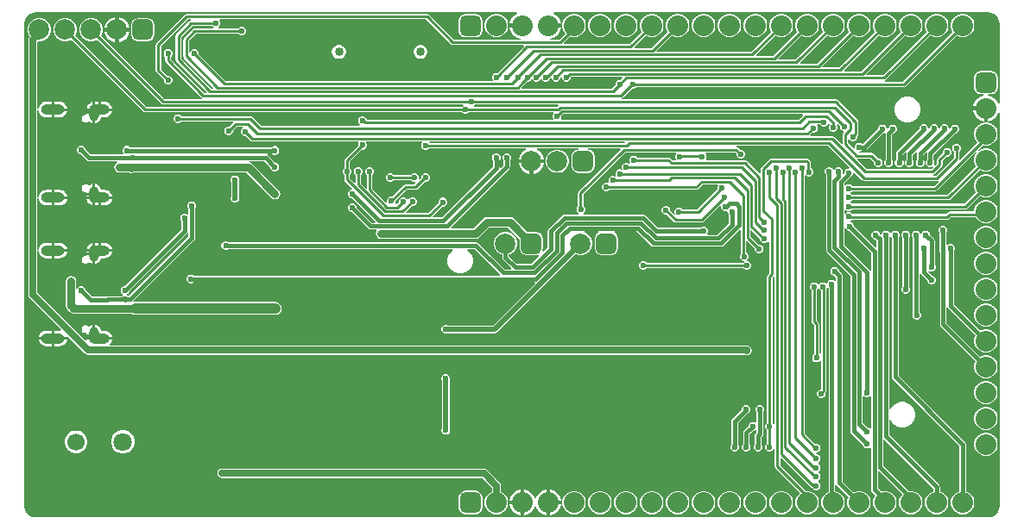
<source format=gbl>
G04*
G04 #@! TF.GenerationSoftware,Altium Limited,Altium Designer,23.10.1 (27)*
G04*
G04 Layer_Physical_Order=2*
G04 Layer_Color=16711680*
%FSLAX25Y25*%
%MOIN*%
G70*
G04*
G04 #@! TF.SameCoordinates,32BCE259-89C5-4998-93CB-A9973C1CCBB0*
G04*
G04*
G04 #@! TF.FilePolarity,Positive*
G04*
G01*
G75*
%ADD13C,0.01000*%
%ADD81C,0.01500*%
%ADD83C,0.03000*%
%ADD84C,0.02000*%
%ADD86C,0.02500*%
%ADD88C,0.01100*%
%ADD90C,0.03900*%
%ADD91C,0.03347*%
%ADD92C,0.07874*%
G04:AMPARAMS|DCode=93|XSize=78.74mil|YSize=78.74mil|CornerRadius=19.68mil|HoleSize=0mil|Usage=FLASHONLY|Rotation=0.000|XOffset=0mil|YOffset=0mil|HoleType=Round|Shape=RoundedRectangle|*
%AMROUNDEDRECTD93*
21,1,0.07874,0.03937,0,0,0.0*
21,1,0.03937,0.07874,0,0,0.0*
1,1,0.03937,0.01968,-0.01968*
1,1,0.03937,-0.01968,-0.01968*
1,1,0.03937,-0.01968,0.01968*
1,1,0.03937,0.01968,0.01968*
%
%ADD93ROUNDEDRECTD93*%
%ADD94O,0.07874X0.03937*%
%ADD95O,0.03740X0.06299*%
%ADD96O,0.09055X0.03937*%
%ADD97C,0.08000*%
G04:AMPARAMS|DCode=98|XSize=80mil|YSize=80mil|CornerRadius=20mil|HoleSize=0mil|Usage=FLASHONLY|Rotation=0.000|XOffset=0mil|YOffset=0mil|HoleType=Round|Shape=RoundedRectangle|*
%AMROUNDEDRECTD98*
21,1,0.08000,0.04000,0,0,0.0*
21,1,0.04000,0.08000,0,0,0.0*
1,1,0.04000,0.02000,-0.02000*
1,1,0.04000,-0.02000,-0.02000*
1,1,0.04000,-0.02000,0.02000*
1,1,0.04000,0.02000,0.02000*
%
%ADD98ROUNDEDRECTD98*%
G04:AMPARAMS|DCode=99|XSize=80mil|YSize=80mil|CornerRadius=20mil|HoleSize=0mil|Usage=FLASHONLY|Rotation=90.000|XOffset=0mil|YOffset=0mil|HoleType=Round|Shape=RoundedRectangle|*
%AMROUNDEDRECTD99*
21,1,0.08000,0.04000,0,0,90.0*
21,1,0.04000,0.08000,0,0,90.0*
1,1,0.04000,0.02000,0.02000*
1,1,0.04000,0.02000,-0.02000*
1,1,0.04000,-0.02000,-0.02000*
1,1,0.04000,-0.02000,0.02000*
%
%ADD99ROUNDEDRECTD99*%
%ADD100C,0.07087*%
%ADD101C,0.06693*%
%ADD102C,0.02362*%
G36*
X165379Y183779D02*
X165710Y183558D01*
X166100Y183480D01*
X193385D01*
X193577Y183019D01*
X183239Y172681D01*
X182666D01*
X182048Y172425D01*
X181575Y171952D01*
X181319Y171334D01*
Y170666D01*
X181575Y170048D01*
X181584Y170038D01*
X181377Y169538D01*
X78403D01*
X68002Y179939D01*
Y180513D01*
X67747Y181131D01*
X67274Y181604D01*
X66656Y181860D01*
X65987D01*
X65369Y181604D01*
X64896Y181131D01*
X64720Y180705D01*
X64220Y180804D01*
Y185178D01*
X66922Y187880D01*
X75943D01*
X76333Y187958D01*
X76366Y187980D01*
X83317D01*
X83775Y187522D01*
X84393Y187266D01*
X85062D01*
X85680Y187522D01*
X86152Y187995D01*
X86408Y188613D01*
Y189282D01*
X86152Y189900D01*
X85680Y190372D01*
X85062Y190628D01*
X84393D01*
X83775Y190372D01*
X83422Y190020D01*
X76043D01*
X75652Y189942D01*
X75525Y190388D01*
X75519Y190420D01*
X75652Y190475D01*
X76125Y190948D01*
X76381Y191566D01*
Y192234D01*
X76125Y192852D01*
X76097Y192880D01*
X76304Y193380D01*
X155778D01*
X165379Y183779D01*
D02*
G37*
G36*
X374049Y195942D02*
X375071Y195519D01*
X375948Y194846D01*
X376622Y193968D01*
X377045Y192947D01*
X377189Y191853D01*
X377188Y191850D01*
Y160888D01*
X376688Y160822D01*
X376659Y160930D01*
X376001Y162070D01*
X375070Y163001D01*
X373930Y163659D01*
X372841Y163951D01*
X372907Y164451D01*
X374000D01*
X374975Y164645D01*
X375802Y165198D01*
X376355Y166024D01*
X376549Y167000D01*
Y171000D01*
X376355Y171976D01*
X375802Y172802D01*
X374975Y173355D01*
X374000Y173549D01*
X370000D01*
X369024Y173355D01*
X368198Y172802D01*
X367645Y171976D01*
X367451Y171000D01*
Y167000D01*
X367645Y166024D01*
X368198Y165198D01*
X369024Y164645D01*
X370000Y164451D01*
X371093D01*
X371159Y163951D01*
X370070Y163659D01*
X368930Y163001D01*
X367999Y162070D01*
X367341Y160930D01*
X367025Y159750D01*
X372000D01*
Y159000D01*
X372750D01*
Y154025D01*
X373930Y154341D01*
X375070Y154999D01*
X376001Y155930D01*
X376659Y157070D01*
X376688Y157178D01*
X377188Y157112D01*
Y145138D01*
Y51713D01*
Y5000D01*
X377189Y4997D01*
X377045Y3904D01*
X376622Y2882D01*
X375948Y2004D01*
X375071Y1331D01*
X374049Y908D01*
X372956Y764D01*
X372953Y765D01*
X5000D01*
X4997Y764D01*
X3904Y908D01*
X2882Y1331D01*
X2004Y2004D01*
X1331Y2882D01*
X908Y3904D01*
X764Y4997D01*
X765Y5000D01*
Y191850D01*
X764Y191853D01*
X908Y192947D01*
X1331Y193968D01*
X2004Y194846D01*
X2882Y195519D01*
X3904Y195942D01*
X4997Y196086D01*
X5000Y196086D01*
X190809D01*
X190943Y195586D01*
X189930Y195001D01*
X188999Y194070D01*
X188341Y192930D01*
X188025Y191750D01*
X193000D01*
Y190250D01*
X188025D01*
X188341Y189070D01*
X188999Y187930D01*
X189930Y186999D01*
X191070Y186341D01*
X192269Y186020D01*
X192203Y185520D01*
X166522D01*
X156921Y195121D01*
X156590Y195342D01*
X156200Y195420D01*
X63500D01*
X63110Y195342D01*
X62779Y195121D01*
X51779Y184121D01*
X51558Y183790D01*
X51480Y183400D01*
Y173600D01*
X51558Y173210D01*
X51779Y172879D01*
X54519Y170139D01*
Y169566D01*
X54775Y168948D01*
X55248Y168475D01*
X55866Y168219D01*
X56534D01*
X57152Y168475D01*
X57625Y168948D01*
X57881Y169566D01*
Y170234D01*
X57625Y170852D01*
X57152Y171325D01*
X56534Y171581D01*
X55961D01*
X53520Y174022D01*
Y182978D01*
X63922Y193380D01*
X64854D01*
X64903Y192880D01*
X64710Y192842D01*
X64379Y192621D01*
X59479Y187721D01*
X59258Y187390D01*
X59180Y187000D01*
Y177815D01*
X59258Y177425D01*
X59479Y177094D01*
X71091Y165481D01*
X70900Y165020D01*
X70194D01*
X57220Y177994D01*
Y178942D01*
X57625Y179348D01*
X57881Y179966D01*
Y180634D01*
X57625Y181252D01*
X57152Y181725D01*
X56534Y181981D01*
X55866D01*
X55248Y181725D01*
X54775Y181252D01*
X54519Y180634D01*
Y179966D01*
X54775Y179348D01*
X55180Y178942D01*
Y177572D01*
X55258Y177182D01*
X55479Y176851D01*
X69051Y163279D01*
X69382Y163058D01*
X69480Y163039D01*
X69431Y162539D01*
X54803D01*
X30276Y187066D01*
X30635Y187687D01*
X30937Y188816D01*
Y189984D01*
X30635Y191113D01*
X30051Y192124D01*
X29224Y192950D01*
X28213Y193535D01*
X27084Y193837D01*
X25916D01*
X24787Y193535D01*
X23776Y192950D01*
X22950Y192124D01*
X22365Y191113D01*
X22063Y189984D01*
Y188816D01*
X22365Y187687D01*
X22950Y186676D01*
X23776Y185849D01*
X24787Y185265D01*
X25916Y184963D01*
X27084D01*
X28213Y185265D01*
X28834Y185624D01*
X53660Y160798D01*
X53991Y160577D01*
X54381Y160499D01*
X170127D01*
X170227Y159999D01*
X170048Y159925D01*
X169642Y159520D01*
X47822D01*
X20276Y187066D01*
X20635Y187687D01*
X20937Y188816D01*
Y189984D01*
X20635Y191113D01*
X20051Y192124D01*
X19224Y192950D01*
X18213Y193535D01*
X17084Y193837D01*
X15916D01*
X14787Y193535D01*
X13776Y192950D01*
X12949Y192124D01*
X12365Y191113D01*
X12063Y189984D01*
Y188816D01*
X12365Y187687D01*
X12949Y186676D01*
X13776Y185849D01*
X14787Y185265D01*
X15916Y184963D01*
X17084D01*
X18213Y185265D01*
X18834Y185624D01*
X46679Y157779D01*
X47010Y157558D01*
X47400Y157480D01*
X169642D01*
X170048Y157075D01*
X170666Y156819D01*
X171334D01*
X171952Y157075D01*
X172358Y157480D01*
X204915D01*
X205122Y156980D01*
X205075Y156933D01*
X204819Y156316D01*
Y155647D01*
X205075Y155029D01*
X205084Y155020D01*
X204877Y154520D01*
X132881D01*
Y154534D01*
X132625Y155152D01*
X132152Y155625D01*
X131534Y155881D01*
X130866D01*
X130248Y155625D01*
X129775Y155152D01*
X129519Y154534D01*
Y153866D01*
X129775Y153248D01*
X130203Y152820D01*
X130177Y152611D01*
X130050Y152320D01*
X91983D01*
X88581Y155721D01*
X88251Y155942D01*
X87860Y156020D01*
X61358D01*
X60952Y156425D01*
X60334Y156681D01*
X59666D01*
X59048Y156425D01*
X58575Y155952D01*
X58319Y155334D01*
Y154666D01*
X58575Y154048D01*
X59048Y153575D01*
X59666Y153319D01*
X60334D01*
X60952Y153575D01*
X61358Y153980D01*
X81238D01*
X81445Y153480D01*
X79796Y151831D01*
X79222D01*
X78605Y151575D01*
X78132Y151102D01*
X77876Y150484D01*
Y149816D01*
X78132Y149198D01*
X78605Y148725D01*
X79222Y148469D01*
X79891D01*
X80509Y148725D01*
X80982Y149198D01*
X81238Y149816D01*
Y150389D01*
X82829Y151980D01*
X85007D01*
X85106Y151480D01*
X85048Y151456D01*
X84575Y150983D01*
X84319Y150365D01*
Y149697D01*
X84575Y149079D01*
X85048Y148606D01*
X85666Y148350D01*
X86239D01*
X88110Y146479D01*
X88441Y146258D01*
X88831Y146180D01*
X129577D01*
X129784Y145680D01*
X129775Y145671D01*
X129519Y145053D01*
Y144480D01*
X124679Y139640D01*
X124458Y139309D01*
X124380Y138919D01*
Y135858D01*
X123975Y135452D01*
X123719Y134834D01*
Y134166D01*
X123975Y133548D01*
X124380Y133142D01*
Y131400D01*
X124458Y131010D01*
X124679Y130679D01*
X127377Y127981D01*
X127170Y127481D01*
X127066D01*
X126448Y127225D01*
X125975Y126752D01*
X125719Y126134D01*
Y125466D01*
X125975Y124848D01*
X126448Y124375D01*
X127066Y124119D01*
X127279D01*
X136261Y115136D01*
X136070Y114674D01*
X135028D01*
X129081Y120621D01*
Y120834D01*
X128825Y121452D01*
X128352Y121925D01*
X127734Y122181D01*
X127066D01*
X126448Y121925D01*
X125975Y121452D01*
X125719Y120834D01*
Y120166D01*
X125975Y119548D01*
X126448Y119075D01*
X127066Y118819D01*
X127279D01*
X133599Y112499D01*
X134012Y112223D01*
X134500Y112126D01*
X136579D01*
X136847Y111626D01*
X136616Y111280D01*
X136461Y110500D01*
X136616Y109720D01*
X137058Y109058D01*
X137720Y108616D01*
X138500Y108461D01*
X175000D01*
X175780Y108616D01*
X176442Y109058D01*
X180345Y112961D01*
X187355D01*
X192015Y108301D01*
Y104732D01*
X192206Y103768D01*
X192752Y102952D01*
X193568Y102406D01*
X194532Y102215D01*
X198468D01*
X199287Y102377D01*
X199539Y101922D01*
X196491Y98874D01*
X190728D01*
X187775Y101828D01*
Y102448D01*
X188213Y102565D01*
X189224Y103149D01*
X190050Y103976D01*
X190635Y104987D01*
X190937Y106116D01*
Y107284D01*
X190635Y108413D01*
X190050Y109424D01*
X189224Y110250D01*
X188213Y110835D01*
X187084Y111137D01*
X185916D01*
X184787Y110835D01*
X183776Y110250D01*
X182949Y109424D01*
X182365Y108413D01*
X182063Y107284D01*
Y106116D01*
X182365Y104987D01*
X182949Y103976D01*
X183776Y103149D01*
X184787Y102565D01*
X185225Y102448D01*
Y101300D01*
X185322Y100812D01*
X185599Y100399D01*
X188823Y97175D01*
X188616Y96675D01*
X186128D01*
X176075Y106728D01*
X175661Y107004D01*
X175173Y107101D01*
X79627D01*
X79477Y107252D01*
X78859Y107508D01*
X78190D01*
X77572Y107252D01*
X77099Y106779D01*
X76843Y106161D01*
Y105492D01*
X77099Y104874D01*
X77572Y104401D01*
X78190Y104145D01*
X78859D01*
X79477Y104401D01*
X79627Y104552D01*
X166044D01*
X166174Y104069D01*
X165969Y103951D01*
X165049Y103031D01*
X164399Y101906D01*
X164063Y100650D01*
Y99350D01*
X164399Y98094D01*
X165049Y96969D01*
X165969Y96049D01*
X167094Y95399D01*
X168350Y95063D01*
X169650D01*
X170906Y95399D01*
X172031Y96049D01*
X172951Y96969D01*
X173601Y98094D01*
X173937Y99350D01*
Y100650D01*
X173601Y101906D01*
X172951Y103031D01*
X172031Y103951D01*
X171826Y104069D01*
X171956Y104552D01*
X174646D01*
X184423Y94775D01*
X184216Y94274D01*
X66103D01*
X65952Y94425D01*
X65334Y94681D01*
X64666D01*
X64048Y94425D01*
X63575Y93952D01*
X63319Y93334D01*
Y92666D01*
X63575Y92048D01*
X64048Y91575D01*
X64666Y91319D01*
X65334D01*
X65952Y91575D01*
X66103Y91725D01*
X197655D01*
X197863Y91225D01*
X181667Y75029D01*
X164201D01*
X163834Y75181D01*
X163166D01*
X162548Y74925D01*
X162075Y74452D01*
X161819Y73834D01*
Y73166D01*
X162075Y72548D01*
X162548Y72075D01*
X163166Y71819D01*
X163834D01*
X164201Y71971D01*
X182300D01*
X182885Y72087D01*
X183381Y72419D01*
X213623Y102660D01*
X213787Y102565D01*
X214916Y102263D01*
X216084D01*
X217213Y102565D01*
X218224Y103149D01*
X219051Y103976D01*
X219635Y104987D01*
X219937Y106116D01*
Y107284D01*
X219635Y108413D01*
X219051Y109424D01*
X218224Y110250D01*
X217213Y110835D01*
X216925Y110912D01*
X216991Y111412D01*
X222302D01*
X222446Y110912D01*
X221752Y110448D01*
X221206Y109632D01*
X221015Y108668D01*
Y104732D01*
X221206Y103768D01*
X221752Y102952D01*
X222568Y102406D01*
X223532Y102215D01*
X227468D01*
X228432Y102406D01*
X229248Y102952D01*
X229794Y103768D01*
X229985Y104732D01*
Y108668D01*
X229794Y109632D01*
X229248Y110448D01*
X228555Y110912D01*
X228698Y111412D01*
X237086D01*
X242630Y105868D01*
X243043Y105591D01*
X243531Y105494D01*
X269769D01*
X270257Y105591D01*
X270670Y105868D01*
X277000Y112197D01*
X277462Y112006D01*
Y102839D01*
X277252Y102629D01*
X276996Y102012D01*
Y101343D01*
X277252Y100725D01*
X277725Y100252D01*
X278343Y99996D01*
X278565D01*
X278635Y99870D01*
X278709Y99538D01*
X278383Y99170D01*
X241208D01*
X240752Y99625D01*
X240134Y99881D01*
X239466D01*
X238848Y99625D01*
X238375Y99152D01*
X238119Y98534D01*
Y97866D01*
X238375Y97248D01*
X238848Y96775D01*
X239466Y96519D01*
X240134D01*
X240752Y96775D01*
X241108Y97130D01*
X278392D01*
X278798Y96725D01*
X279416Y96469D01*
X280084D01*
X280702Y96725D01*
X281175Y97198D01*
X281431Y97816D01*
Y98484D01*
X281175Y99102D01*
X280702Y99575D01*
X280084Y99831D01*
X279862D01*
X279792Y99957D01*
X279709Y100331D01*
X280102Y100725D01*
X280358Y101343D01*
Y102012D01*
X280102Y102629D01*
X279629Y103102D01*
X279501Y103156D01*
Y107404D01*
X279963Y107596D01*
X282819Y104739D01*
Y104166D01*
X283075Y103548D01*
X283548Y103075D01*
X284166Y102819D01*
X284834D01*
X285452Y103075D01*
X285925Y103548D01*
X286181Y104166D01*
Y104834D01*
X285925Y105452D01*
X285452Y105925D01*
X284834Y106181D01*
X284261D01*
X281020Y109422D01*
Y111714D01*
X281482Y111906D01*
X284819Y108568D01*
Y108166D01*
X285075Y107548D01*
X285548Y107075D01*
X286166Y106819D01*
X286834D01*
X287452Y107075D01*
X287712Y107334D01*
X288211Y107127D01*
Y95137D01*
X287779Y94704D01*
X287558Y94374D01*
X287480Y93984D01*
Y37358D01*
X287075Y36952D01*
X286819Y36334D01*
Y35666D01*
X287075Y35048D01*
X287480Y34642D01*
Y29358D01*
X287075Y28952D01*
X286819Y28334D01*
Y27666D01*
X287075Y27048D01*
X287548Y26575D01*
X288166Y26319D01*
X288834D01*
X289452Y26575D01*
X289925Y27048D01*
X289980Y27181D01*
X290480Y27082D01*
Y20500D01*
X290558Y20110D01*
X290779Y19779D01*
X300039Y10519D01*
X300028Y9893D01*
X299399Y9263D01*
X298807Y8237D01*
X298500Y7092D01*
Y5908D01*
X298807Y4763D01*
X299399Y3737D01*
X300237Y2899D01*
X301263Y2307D01*
X302408Y2000D01*
X303592D01*
X304737Y2307D01*
X305763Y2899D01*
X306601Y3737D01*
X307193Y4763D01*
X307500Y5908D01*
Y7092D01*
X307193Y8237D01*
X306601Y9263D01*
X305763Y10101D01*
X304737Y10693D01*
X303592Y11000D01*
X302442D01*
X292520Y20922D01*
Y23557D01*
X292982Y23748D01*
X304286Y12444D01*
X304616Y12223D01*
X305007Y12145D01*
X305032Y12150D01*
X305075Y12048D01*
X305548Y11575D01*
X306166Y11319D01*
X306834D01*
X307452Y11575D01*
X307925Y12048D01*
X308181Y12666D01*
Y13334D01*
X307925Y13952D01*
X307452Y14425D01*
X307321Y14479D01*
Y15021D01*
X307452Y15075D01*
X307925Y15548D01*
X308181Y16166D01*
Y16834D01*
X307925Y17452D01*
X307452Y17925D01*
X307321Y17979D01*
Y18521D01*
X307452Y18575D01*
X307925Y19048D01*
X308181Y19666D01*
Y20334D01*
X307925Y20952D01*
X307452Y21425D01*
X307321Y21479D01*
Y22021D01*
X307452Y22075D01*
X307925Y22548D01*
X308181Y23166D01*
Y23834D01*
X307925Y24452D01*
X307452Y24925D01*
X306834Y25181D01*
X306568D01*
X306483Y25319D01*
X306763Y25819D01*
X306834D01*
X307452Y26075D01*
X307925Y26548D01*
X308181Y27166D01*
Y27834D01*
X307925Y28452D01*
X307452Y28925D01*
X306834Y29181D01*
X306166D01*
X306068Y29141D01*
X302020Y33189D01*
Y132956D01*
X302520Y133163D01*
X302735Y132947D01*
X303353Y132691D01*
X304022D01*
X304640Y132947D01*
X305113Y133420D01*
X305369Y134037D01*
Y134706D01*
X305113Y135324D01*
X304640Y135797D01*
X304501Y135855D01*
Y137933D01*
X304423Y138323D01*
X304202Y138654D01*
X303616Y139240D01*
X303286Y139461D01*
X302895Y139539D01*
X289019D01*
X288629Y139461D01*
X288298Y139240D01*
X285298Y136240D01*
X285077Y135909D01*
X284999Y135519D01*
Y133957D01*
X284537Y133765D01*
X279794Y138509D01*
X279463Y138730D01*
X279073Y138807D01*
X264123D01*
X263916Y139307D01*
X263925Y139317D01*
X264181Y139935D01*
Y140603D01*
X263925Y141221D01*
X263666Y141480D01*
X263873Y141980D01*
X275078D01*
X275615Y141444D01*
Y140861D01*
X275870Y140243D01*
X276343Y139770D01*
X276961Y139515D01*
X277630D01*
X278248Y139770D01*
X278721Y140243D01*
X278977Y140861D01*
Y141530D01*
X278721Y142148D01*
X278248Y142621D01*
X277630Y142877D01*
X277065D01*
X276221Y143721D01*
X275890Y143942D01*
X275697Y143980D01*
X275746Y144480D01*
X310940D01*
X319239Y136181D01*
X319032Y135681D01*
X318666D01*
X318048Y135425D01*
X317575Y134952D01*
X317319Y134334D01*
Y133882D01*
X317129Y133598D01*
X316965Y133544D01*
X316590Y133947D01*
X316681Y134166D01*
Y134834D01*
X316425Y135452D01*
X315952Y135925D01*
X315334Y136181D01*
X314666D01*
X314048Y135925D01*
X313575Y135452D01*
X313521Y135321D01*
X312979D01*
X312925Y135452D01*
X312452Y135925D01*
X311834Y136181D01*
X311166D01*
X310548Y135925D01*
X310075Y135452D01*
X309819Y134834D01*
Y134166D01*
X310075Y133548D01*
X310226Y133397D01*
Y104200D01*
X310322Y103712D01*
X310599Y103299D01*
X319725Y94172D01*
Y34169D01*
X319823Y33681D01*
X320099Y33268D01*
X324388Y28979D01*
Y28766D01*
X324644Y28148D01*
X325117Y27675D01*
X325734Y27419D01*
X326403D01*
X327021Y27675D01*
X327225Y27879D01*
X327726Y27672D01*
Y11500D01*
X327822Y11012D01*
X328099Y10599D01*
X329417Y9281D01*
X329399Y9263D01*
X328807Y8237D01*
X328500Y7092D01*
Y5908D01*
X328807Y4763D01*
X329399Y3737D01*
X330237Y2899D01*
X331263Y2307D01*
X332408Y2000D01*
X333592D01*
X334737Y2307D01*
X335763Y2899D01*
X336601Y3737D01*
X337193Y4763D01*
X337500Y5908D01*
Y7092D01*
X337193Y8237D01*
X336601Y9263D01*
X335763Y10101D01*
X334737Y10693D01*
X333592Y11000D01*
X332408D01*
X331536Y10767D01*
X330275Y12028D01*
Y18529D01*
X330736Y18720D01*
X339796Y9660D01*
X339399Y9263D01*
X338807Y8237D01*
X338500Y7092D01*
Y5908D01*
X338807Y4763D01*
X339399Y3737D01*
X340237Y2899D01*
X341263Y2307D01*
X342408Y2000D01*
X343592D01*
X344737Y2307D01*
X345763Y2899D01*
X346601Y3737D01*
X347193Y4763D01*
X347500Y5908D01*
Y7092D01*
X347193Y8237D01*
X346601Y9263D01*
X345763Y10101D01*
X344737Y10693D01*
X343592Y11000D01*
X342408D01*
X342134Y10927D01*
X332275Y20787D01*
Y30716D01*
X332774Y30923D01*
X351726Y11972D01*
Y10817D01*
X351263Y10693D01*
X350237Y10101D01*
X349399Y9263D01*
X348807Y8237D01*
X348500Y7092D01*
Y5908D01*
X348807Y4763D01*
X349399Y3737D01*
X350237Y2899D01*
X351263Y2307D01*
X352408Y2000D01*
X353592D01*
X354737Y2307D01*
X355763Y2899D01*
X356601Y3737D01*
X357193Y4763D01*
X357500Y5908D01*
Y7092D01*
X357193Y8237D01*
X356601Y9263D01*
X355763Y10101D01*
X354737Y10693D01*
X354275Y10817D01*
Y12500D01*
X354177Y12988D01*
X353901Y13401D01*
X334619Y32683D01*
Y38366D01*
X334773Y38425D01*
X335119Y38451D01*
X335719Y37413D01*
X336638Y36494D01*
X337764Y35844D01*
X339019Y35508D01*
X340319D01*
X341575Y35844D01*
X342701Y36494D01*
X343620Y37413D01*
X344270Y38539D01*
X344606Y39795D01*
Y41095D01*
X344270Y42351D01*
X343620Y43476D01*
X342701Y44396D01*
X341575Y45045D01*
X340319Y45382D01*
X339019D01*
X337764Y45045D01*
X336638Y44396D01*
X335719Y43476D01*
X335119Y42438D01*
X334773Y42465D01*
X334619Y42524D01*
Y108897D01*
X334770Y109048D01*
X334865Y109278D01*
X335366D01*
X335462Y109146D01*
X335502Y109048D01*
X335610Y108940D01*
X335653Y108880D01*
Y55073D01*
X335750Y54585D01*
X336026Y54171D01*
X361725Y28472D01*
Y10817D01*
X361263Y10693D01*
X360237Y10101D01*
X359399Y9263D01*
X358807Y8237D01*
X358500Y7092D01*
Y5908D01*
X358807Y4763D01*
X359399Y3737D01*
X360237Y2899D01*
X361263Y2307D01*
X362408Y2000D01*
X363592D01*
X364737Y2307D01*
X365763Y2899D01*
X366601Y3737D01*
X367193Y4763D01*
X367500Y5908D01*
Y7092D01*
X367193Y8237D01*
X366601Y9263D01*
X365763Y10101D01*
X364737Y10693D01*
X364275Y10817D01*
Y29000D01*
X364177Y29488D01*
X363901Y29901D01*
X338202Y55601D01*
Y108897D01*
X338353Y109048D01*
X338609Y109666D01*
Y110334D01*
X338353Y110952D01*
X337880Y111425D01*
X337262Y111681D01*
X336593D01*
X335975Y111425D01*
X335502Y110952D01*
X335407Y110722D01*
X334865D01*
X334770Y110952D01*
X334297Y111425D01*
X333679Y111681D01*
X333011D01*
X332393Y111425D01*
X331920Y110952D01*
X331664Y110334D01*
X331181D01*
X330925Y110952D01*
X330452Y111425D01*
X329834Y111681D01*
X329166D01*
X328548Y111425D01*
X328075Y110952D01*
X327819Y110334D01*
Y109666D01*
X328075Y109048D01*
X328548Y108575D01*
X329166Y108319D01*
X329379D01*
X329726Y107972D01*
Y105403D01*
X329264Y105212D01*
X324997Y109479D01*
X324996Y109479D01*
X320993Y113483D01*
Y113696D01*
X320737Y114314D01*
X320264Y114787D01*
X319695Y115022D01*
X319646Y115189D01*
X319644Y115542D01*
X320015Y115696D01*
X320248Y115929D01*
X357000D01*
X357410Y116011D01*
X357757Y116243D01*
X358443Y116929D01*
X367999D01*
X368399Y116237D01*
X369237Y115399D01*
X370263Y114807D01*
X371408Y114500D01*
X372592D01*
X373737Y114807D01*
X374763Y115399D01*
X375601Y116237D01*
X376193Y117263D01*
X376500Y118408D01*
Y119592D01*
X376193Y120737D01*
X375601Y121763D01*
X374763Y122601D01*
X373737Y123193D01*
X372592Y123500D01*
X371408D01*
X370263Y123193D01*
X369237Y122601D01*
X368399Y121763D01*
X367807Y120737D01*
X367500Y119592D01*
Y119071D01*
X358000D01*
X357590Y118989D01*
X357243Y118757D01*
X357243Y118757D01*
X356557Y118071D01*
X320489D01*
X320487Y118073D01*
X320015Y118546D01*
X319397Y118802D01*
X318728D01*
X318110Y118546D01*
X317775Y118211D01*
X317274Y118405D01*
Y119641D01*
X317775Y119848D01*
X318048Y119575D01*
X318666Y119319D01*
X319334D01*
X319952Y119575D01*
X320307Y119929D01*
X364000D01*
X364410Y120011D01*
X364757Y120243D01*
X369666Y125152D01*
X370263Y124807D01*
X371408Y124500D01*
X372592D01*
X373737Y124807D01*
X374763Y125399D01*
X375601Y126237D01*
X376193Y127263D01*
X376500Y128408D01*
Y129592D01*
X376193Y130737D01*
X375601Y131763D01*
X374763Y132601D01*
X373737Y133193D01*
X372592Y133500D01*
X371408D01*
X370263Y133193D01*
X369237Y132601D01*
X368399Y131763D01*
X367807Y130737D01*
X367500Y129592D01*
Y128408D01*
X367807Y127263D01*
X368152Y126666D01*
X363557Y122071D01*
X320307D01*
X319952Y122425D01*
X319829Y122476D01*
Y123018D01*
X319957Y123070D01*
X320362Y123476D01*
X357496D01*
X357886Y123554D01*
X358217Y123775D01*
X369620Y135178D01*
X370263Y134807D01*
X371408Y134500D01*
X372592D01*
X373737Y134807D01*
X374763Y135399D01*
X375601Y136237D01*
X376193Y137263D01*
X376500Y138408D01*
Y139592D01*
X376193Y140737D01*
X375601Y141763D01*
X374763Y142601D01*
X373737Y143193D01*
X372592Y143500D01*
X371408D01*
X370263Y143193D01*
X369237Y142601D01*
X368906Y142964D01*
X370646Y144704D01*
X371408Y144500D01*
X372592D01*
X373737Y144807D01*
X374763Y145399D01*
X375601Y146237D01*
X376193Y147263D01*
X376500Y148408D01*
Y149592D01*
X376193Y150737D01*
X375601Y151763D01*
X374763Y152601D01*
X373737Y153193D01*
X372592Y153500D01*
X371408D01*
X370263Y153193D01*
X369237Y152601D01*
X368399Y151763D01*
X367807Y150737D01*
X367500Y149592D01*
Y148408D01*
X367807Y147263D01*
X368399Y146237D01*
X368847Y145789D01*
X361861Y138803D01*
X361473Y139122D01*
X361511Y139179D01*
X361589Y139569D01*
Y142142D01*
X361994Y142548D01*
X362250Y143166D01*
Y143834D01*
X361994Y144452D01*
X361521Y144925D01*
X360903Y145181D01*
X360234D01*
X359617Y144925D01*
X359144Y144452D01*
X358888Y143834D01*
Y143166D01*
X359144Y142548D01*
X359549Y142142D01*
Y139991D01*
X352578Y133020D01*
X351746D01*
X351697Y133520D01*
X351890Y133558D01*
X352221Y133779D01*
X354889Y136447D01*
X355110Y136777D01*
X355187Y137168D01*
Y138745D01*
X356761Y140319D01*
X357334D01*
X357952Y140575D01*
X358425Y141048D01*
X358681Y141666D01*
Y142334D01*
X358425Y142952D01*
X357952Y143425D01*
X357334Y143681D01*
X356666D01*
X356048Y143425D01*
X355575Y142952D01*
X355319Y142334D01*
Y141761D01*
X353447Y139889D01*
X353225Y139558D01*
X353148Y139167D01*
Y137590D01*
X352297Y136739D01*
X351925Y137048D01*
X352181Y137666D01*
Y138334D01*
X351925Y138952D01*
X351775Y139103D01*
Y140972D01*
X360121Y149319D01*
X360334D01*
X360952Y149575D01*
X361425Y150048D01*
X361681Y150666D01*
Y151334D01*
X361425Y151952D01*
X360952Y152425D01*
X360334Y152681D01*
X359666D01*
X359048Y152425D01*
X358575Y151952D01*
X358319Y151334D01*
X358108Y151185D01*
X357619Y151402D01*
X357597Y151435D01*
X357353Y152025D01*
X356880Y152498D01*
X356262Y152754D01*
X355593D01*
X354975Y152498D01*
X354502Y152025D01*
X354246Y151407D01*
Y151395D01*
X354109Y151303D01*
X353956Y151335D01*
X353555Y151535D01*
X353353Y152025D01*
X352880Y152498D01*
X352262Y152754D01*
X351593D01*
X350975Y152498D01*
X350502Y152025D01*
X350246Y151407D01*
Y151395D01*
X350109Y151303D01*
X349956Y151335D01*
X349555Y151535D01*
X349353Y152025D01*
X348880Y152498D01*
X348262Y152754D01*
X347593D01*
X346975Y152498D01*
X346502Y152025D01*
X346246Y151407D01*
Y151049D01*
X337617Y142419D01*
X337341Y142006D01*
X337244Y141518D01*
Y139103D01*
X337093Y138952D01*
X336837Y138334D01*
Y137666D01*
X337093Y137048D01*
X337566Y136575D01*
X338184Y136319D01*
X338853D01*
X339471Y136575D01*
X339943Y137048D01*
X340199Y137666D01*
Y138334D01*
X339943Y138952D01*
X339793Y139103D01*
Y140990D01*
X340818Y142016D01*
X341279Y141770D01*
X341226Y141500D01*
Y139103D01*
X341075Y138952D01*
X340819Y138334D01*
Y137666D01*
X341075Y137048D01*
X341548Y136575D01*
X342166Y136319D01*
X342834D01*
X343452Y136575D01*
X343925Y137048D01*
X344181Y137666D01*
Y138334D01*
X343925Y138952D01*
X343775Y139103D01*
Y140972D01*
X344891Y142088D01*
X345352Y141842D01*
X345298Y141573D01*
Y139030D01*
X345147Y138880D01*
X344892Y138262D01*
Y137593D01*
X345147Y136975D01*
X345620Y136502D01*
X346238Y136246D01*
X346907D01*
X347525Y136502D01*
X347998Y136975D01*
X348254Y137593D01*
Y138262D01*
X347998Y138880D01*
X347847Y139030D01*
Y141045D01*
X348818Y142016D01*
X349279Y141770D01*
X349225Y141500D01*
Y139103D01*
X349075Y138952D01*
X348819Y138334D01*
Y137666D01*
X349075Y137048D01*
X349548Y136575D01*
X350166Y136319D01*
X350834D01*
X351452Y136575D01*
X351761Y136203D01*
X351078Y135520D01*
X325859D01*
X322205Y139174D01*
X322412Y139674D01*
X327384D01*
X328819Y138239D01*
Y137666D01*
X329075Y137048D01*
X329548Y136575D01*
X330166Y136319D01*
X330834D01*
X331452Y136575D01*
X331925Y137048D01*
X332181Y137666D01*
Y138334D01*
X331925Y138952D01*
X331452Y139425D01*
X330834Y139681D01*
X330261D01*
X328528Y141414D01*
X328197Y141635D01*
X327807Y141713D01*
X322895D01*
X322833Y141819D01*
X323121Y142319D01*
X323334D01*
X323952Y142575D01*
X324103Y142726D01*
X325000D01*
X325488Y142823D01*
X325901Y143099D01*
X332121Y149319D01*
X332334D01*
X332742Y149488D01*
X332861Y149455D01*
X333216Y149202D01*
X333225Y149188D01*
Y139103D01*
X333075Y138952D01*
X332819Y138334D01*
Y137666D01*
X333075Y137048D01*
X333548Y136575D01*
X334166Y136319D01*
X334834D01*
X335452Y136575D01*
X335925Y137048D01*
X336181Y137666D01*
Y138334D01*
X335925Y138952D01*
X335774Y139103D01*
Y148827D01*
X336266Y149319D01*
X336334D01*
X336952Y149575D01*
X337425Y150048D01*
X337681Y150666D01*
Y151334D01*
X337425Y151952D01*
X336952Y152425D01*
X336334Y152681D01*
X335666D01*
X335048Y152425D01*
X334575Y151952D01*
X334319Y151334D01*
Y151322D01*
X334181Y151230D01*
X334029Y151262D01*
X333628Y151462D01*
X333425Y151952D01*
X332952Y152425D01*
X332334Y152681D01*
X331666D01*
X331048Y152425D01*
X330575Y151952D01*
X330319Y151334D01*
Y151121D01*
X324472Y145274D01*
X324103D01*
X323952Y145425D01*
X323334Y145681D01*
X322666D01*
X322048Y145425D01*
X321575Y144952D01*
X321319Y144334D01*
Y143685D01*
X321264Y143634D01*
X320881Y143415D01*
X318728Y145569D01*
Y146776D01*
X319154Y146892D01*
X319228Y146895D01*
X319687Y146435D01*
X320305Y146179D01*
X320974D01*
X321592Y146435D01*
X322065Y146908D01*
X322321Y147526D01*
Y148195D01*
X322280Y148293D01*
X322542Y148555D01*
X322763Y148886D01*
X322841Y149276D01*
Y153679D01*
X322763Y154069D01*
X322542Y154400D01*
X314721Y162221D01*
X314390Y162442D01*
X314000Y162520D01*
X231390D01*
X231340Y163020D01*
X231534Y163058D01*
X231864Y163279D01*
X235272Y166687D01*
X235466Y166607D01*
X236134D01*
X236752Y166863D01*
X237158Y167269D01*
X340288D01*
X340678Y167346D01*
X341009Y167567D01*
X360620Y187178D01*
X361263Y186807D01*
X362408Y186500D01*
X363592D01*
X364737Y186807D01*
X365763Y187399D01*
X366601Y188237D01*
X367193Y189263D01*
X367500Y190408D01*
Y191592D01*
X367193Y192737D01*
X366601Y193763D01*
X365763Y194601D01*
X364737Y195193D01*
X363592Y195500D01*
X362408D01*
X361263Y195193D01*
X360237Y194601D01*
X359399Y193763D01*
X358807Y192737D01*
X358500Y191592D01*
Y190408D01*
X358807Y189263D01*
X359178Y188620D01*
X339866Y169308D01*
X333110D01*
X333061Y169808D01*
X333159Y169827D01*
X333490Y170048D01*
X350620Y187178D01*
X351263Y186807D01*
X352408Y186500D01*
X353592D01*
X354737Y186807D01*
X355763Y187399D01*
X356601Y188237D01*
X357193Y189263D01*
X357500Y190408D01*
Y191592D01*
X357193Y192737D01*
X356601Y193763D01*
X355763Y194601D01*
X354737Y195193D01*
X353592Y195500D01*
X352408D01*
X351263Y195193D01*
X350237Y194601D01*
X349399Y193763D01*
X348807Y192737D01*
X348500Y191592D01*
Y190408D01*
X348807Y189263D01*
X349178Y188620D01*
X332347Y171789D01*
X325884D01*
X325693Y172251D01*
X340620Y187178D01*
X341263Y186807D01*
X342408Y186500D01*
X343592D01*
X344737Y186807D01*
X345763Y187399D01*
X346601Y188237D01*
X347193Y189263D01*
X347500Y190408D01*
Y191592D01*
X347193Y192737D01*
X346601Y193763D01*
X345763Y194601D01*
X344737Y195193D01*
X343592Y195500D01*
X342408D01*
X341263Y195193D01*
X340237Y194601D01*
X339399Y193763D01*
X338807Y192737D01*
X338500Y191592D01*
Y190408D01*
X338807Y189263D01*
X339178Y188620D01*
X323847Y173289D01*
X317384D01*
X317193Y173751D01*
X330620Y187178D01*
X331263Y186807D01*
X332408Y186500D01*
X333592D01*
X334737Y186807D01*
X335763Y187399D01*
X336601Y188237D01*
X337193Y189263D01*
X337500Y190408D01*
Y191592D01*
X337193Y192737D01*
X336601Y193763D01*
X335763Y194601D01*
X334737Y195193D01*
X333592Y195500D01*
X332408D01*
X331263Y195193D01*
X330237Y194601D01*
X329399Y193763D01*
X328807Y192737D01*
X328500Y191592D01*
Y190408D01*
X328807Y189263D01*
X329178Y188620D01*
X315347Y174789D01*
X308884D01*
X308693Y175251D01*
X320620Y187178D01*
X321263Y186807D01*
X322408Y186500D01*
X323592D01*
X324737Y186807D01*
X325763Y187399D01*
X326601Y188237D01*
X327193Y189263D01*
X327500Y190408D01*
Y191592D01*
X327193Y192737D01*
X326601Y193763D01*
X325763Y194601D01*
X324737Y195193D01*
X323592Y195500D01*
X322408D01*
X321263Y195193D01*
X320237Y194601D01*
X319399Y193763D01*
X318807Y192737D01*
X318500Y191592D01*
Y190408D01*
X318807Y189263D01*
X319178Y188620D01*
X306847Y176289D01*
X300384D01*
X300193Y176751D01*
X310620Y187178D01*
X311263Y186807D01*
X312408Y186500D01*
X313592D01*
X314737Y186807D01*
X315763Y187399D01*
X316601Y188237D01*
X317193Y189263D01*
X317500Y190408D01*
Y191592D01*
X317193Y192737D01*
X316601Y193763D01*
X315763Y194601D01*
X314737Y195193D01*
X313592Y195500D01*
X312408D01*
X311263Y195193D01*
X310237Y194601D01*
X309399Y193763D01*
X308807Y192737D01*
X308500Y191592D01*
Y190408D01*
X308807Y189263D01*
X309178Y188620D01*
X298347Y177789D01*
X291884D01*
X291693Y178251D01*
X300620Y187178D01*
X301263Y186807D01*
X302408Y186500D01*
X303592D01*
X304737Y186807D01*
X305763Y187399D01*
X306601Y188237D01*
X307193Y189263D01*
X307500Y190408D01*
Y191592D01*
X307193Y192737D01*
X306601Y193763D01*
X305763Y194601D01*
X304737Y195193D01*
X303592Y195500D01*
X302408D01*
X301263Y195193D01*
X300237Y194601D01*
X299399Y193763D01*
X298807Y192737D01*
X298500Y191592D01*
Y190408D01*
X298807Y189263D01*
X299178Y188620D01*
X289847Y179289D01*
X283384D01*
X283193Y179751D01*
X290620Y187178D01*
X291263Y186807D01*
X292408Y186500D01*
X293592D01*
X294737Y186807D01*
X295763Y187399D01*
X296601Y188237D01*
X297193Y189263D01*
X297500Y190408D01*
Y191592D01*
X297193Y192737D01*
X296601Y193763D01*
X295763Y194601D01*
X294737Y195193D01*
X293592Y195500D01*
X292408D01*
X291263Y195193D01*
X290237Y194601D01*
X289399Y193763D01*
X288807Y192737D01*
X288500Y191592D01*
Y190408D01*
X288807Y189263D01*
X289178Y188620D01*
X281347Y180789D01*
X244884D01*
X244693Y181251D01*
X250620Y187178D01*
X251263Y186807D01*
X252408Y186500D01*
X253592D01*
X254737Y186807D01*
X255763Y187399D01*
X256601Y188237D01*
X257193Y189263D01*
X257500Y190408D01*
Y191592D01*
X257193Y192737D01*
X256601Y193763D01*
X255763Y194601D01*
X254737Y195193D01*
X253592Y195500D01*
X252408D01*
X251263Y195193D01*
X250237Y194601D01*
X249399Y193763D01*
X248807Y192737D01*
X248500Y191592D01*
Y190408D01*
X248807Y189263D01*
X249178Y188620D01*
X242847Y182289D01*
X236384D01*
X236193Y182751D01*
X240620Y187178D01*
X241263Y186807D01*
X242408Y186500D01*
X243592D01*
X244737Y186807D01*
X245763Y187399D01*
X246601Y188237D01*
X247193Y189263D01*
X247500Y190408D01*
Y191592D01*
X247193Y192737D01*
X246601Y193763D01*
X245763Y194601D01*
X244737Y195193D01*
X243592Y195500D01*
X242408D01*
X241263Y195193D01*
X240237Y194601D01*
X239399Y193763D01*
X238807Y192737D01*
X238500Y191592D01*
Y190408D01*
X238807Y189263D01*
X239178Y188620D01*
X234347Y183789D01*
X209084D01*
X208893Y184251D01*
X211409Y186767D01*
X212408Y186500D01*
X213592D01*
X214737Y186807D01*
X215763Y187399D01*
X216601Y188237D01*
X217193Y189263D01*
X217500Y190408D01*
Y191592D01*
X217193Y192737D01*
X216601Y193763D01*
X215763Y194601D01*
X214737Y195193D01*
X213592Y195500D01*
X212408D01*
X211263Y195193D01*
X210237Y194601D01*
X209399Y193763D01*
X208807Y192737D01*
X208500Y191592D01*
Y190408D01*
X208807Y189263D01*
X209399Y188237D01*
X209697Y187939D01*
X207278Y185520D01*
X203797D01*
X203731Y186020D01*
X204930Y186341D01*
X206070Y186999D01*
X207001Y187930D01*
X207659Y189070D01*
X207975Y190250D01*
X203000D01*
Y191750D01*
X207975D01*
X207659Y192930D01*
X207001Y194070D01*
X206070Y195001D01*
X205057Y195586D01*
X205191Y196086D01*
X372953D01*
X372956Y196086D01*
X374049Y195942D01*
D02*
G37*
G36*
X231668Y170788D02*
X230850Y169969D01*
X230366D01*
X229748Y169713D01*
X229275Y169240D01*
X229019Y168622D01*
Y168061D01*
X227478Y166520D01*
X192831D01*
X192639Y166981D01*
X193797Y168139D01*
X193797Y168139D01*
X194972Y169315D01*
X195339D01*
X195957Y169570D01*
X196430Y170043D01*
X196485Y170177D01*
X197026D01*
X197084Y170039D01*
X197556Y169566D01*
X198174Y169310D01*
X198843D01*
X199461Y169566D01*
X199934Y170039D01*
X199989Y170173D01*
X200531D01*
X200588Y170035D01*
X201061Y169562D01*
X201679Y169306D01*
X202348D01*
X202965Y169562D01*
X203438Y170035D01*
X203694Y170652D01*
X203819Y170731D01*
X203940Y170715D01*
X204388Y170500D01*
X204575Y170048D01*
X205048Y169575D01*
X205666Y169319D01*
X206334D01*
X206952Y169575D01*
X207425Y170048D01*
X207681Y170666D01*
Y170932D01*
X207819Y171017D01*
X208319Y170737D01*
Y170666D01*
X208575Y170048D01*
X209048Y169575D01*
X209666Y169319D01*
X210334D01*
X210952Y169575D01*
X211425Y170048D01*
X211681Y170666D01*
Y171239D01*
X211691Y171249D01*
X231477D01*
X231668Y170788D01*
D02*
G37*
G36*
X73748Y190475D02*
X73881Y190420D01*
X73782Y189920D01*
X66500D01*
X66110Y189842D01*
X65779Y189621D01*
X62479Y186321D01*
X62258Y185990D01*
X62180Y185600D01*
Y179057D01*
X62258Y178667D01*
X62479Y178336D01*
X73834Y166981D01*
X73643Y166520D01*
X72937D01*
X61220Y178237D01*
Y186578D01*
X65522Y190880D01*
X73342D01*
X73748Y190475D01*
D02*
G37*
G36*
X206933Y160052D02*
X206936Y159980D01*
X206475Y159520D01*
X174373D01*
X174273Y160020D01*
X174452Y160094D01*
X174839Y160480D01*
X206776D01*
X206933Y160052D01*
D02*
G37*
G36*
X301315Y156257D02*
X299578Y154520D01*
X208123D01*
X207916Y155020D01*
X207925Y155029D01*
X208181Y155647D01*
Y156220D01*
X208717Y156757D01*
X301108D01*
X301315Y156257D01*
D02*
G37*
G36*
X311596Y152471D02*
X311582Y152456D01*
X311326Y151838D01*
Y151170D01*
X311582Y150552D01*
X312054Y150079D01*
X312672Y149823D01*
X313341D01*
X313959Y150079D01*
X314432Y150552D01*
X314688Y151170D01*
Y151838D01*
X314432Y152456D01*
X314372Y152516D01*
X314381Y152559D01*
X314924Y152723D01*
X315540Y152107D01*
Y151533D01*
X315796Y150915D01*
X316269Y150443D01*
X316887Y150187D01*
X316900D01*
X317107Y149687D01*
X316987Y149567D01*
X316766Y149236D01*
X316689Y148846D01*
Y145397D01*
X316189Y145190D01*
X313458Y147921D01*
X313127Y148142D01*
X312737Y148220D01*
X304268D01*
X304061Y148720D01*
X305019Y149678D01*
X305166Y149617D01*
X305834D01*
X306452Y149873D01*
X306925Y150346D01*
X307181Y150964D01*
Y151633D01*
X306925Y152251D01*
X306842Y152334D01*
X307049Y152834D01*
X307941D01*
X308055Y152558D01*
X308528Y152085D01*
X309146Y151830D01*
X309815D01*
X310433Y152085D01*
X310906Y152558D01*
X311013Y152817D01*
X311555Y152989D01*
X311596Y152471D01*
D02*
G37*
G36*
X232708Y145680D02*
X232588Y145520D01*
X157272D01*
X157160Y145680D01*
X157423Y146180D01*
X232456D01*
X232708Y145680D01*
D02*
G37*
G36*
X252480Y141480D02*
X252220Y141221D01*
X251964Y140603D01*
Y139935D01*
X252220Y139317D01*
X252230Y139307D01*
X252023Y138807D01*
X251001D01*
X250088Y139721D01*
X249757Y139942D01*
X249367Y140020D01*
X237358D01*
X236952Y140425D01*
X236334Y140681D01*
X235666D01*
X235048Y140425D01*
X234575Y139952D01*
X234319Y139334D01*
Y138666D01*
X234570Y138060D01*
X234575Y138047D01*
X234399Y137516D01*
X234269Y137490D01*
X234133Y137625D01*
X233516Y137881D01*
X232847D01*
X232229Y137625D01*
X231756Y137152D01*
X231500Y136534D01*
Y135866D01*
X231568Y135701D01*
X231185Y135319D01*
X231034Y135381D01*
X230366D01*
X229748Y135125D01*
X229275Y134652D01*
X229019Y134034D01*
Y133366D01*
X229162Y133021D01*
X228779Y132638D01*
X228434Y132781D01*
X227766D01*
X227148Y132525D01*
X226675Y132052D01*
X226419Y131434D01*
Y130766D01*
X226512Y130542D01*
X226129Y130159D01*
X225834Y130281D01*
X225166D01*
X224548Y130025D01*
X224075Y129552D01*
X223819Y128934D01*
Y128266D01*
X224075Y127648D01*
X224548Y127175D01*
X225166Y126919D01*
X225834D01*
X226452Y127175D01*
X226858Y127580D01*
X260179D01*
X260569Y127658D01*
X260900Y127879D01*
X262627Y129607D01*
X268377D01*
X268584Y129107D01*
X268575Y129097D01*
X268319Y128480D01*
Y127906D01*
X260432Y120020D01*
X254858D01*
X254452Y120425D01*
X253834Y120681D01*
X253166D01*
X252548Y120425D01*
X252075Y119952D01*
X251819Y119334D01*
Y118666D01*
X252075Y118048D01*
X251703Y117739D01*
X250181Y119261D01*
Y119834D01*
X249925Y120452D01*
X249452Y120925D01*
X248834Y121181D01*
X248166D01*
X247548Y120925D01*
X247075Y120452D01*
X246819Y119834D01*
Y119166D01*
X247075Y118548D01*
X247548Y118075D01*
X248166Y117819D01*
X248739D01*
X251479Y115079D01*
X251810Y114858D01*
X252200Y114780D01*
X262300D01*
X262690Y114858D01*
X263021Y115079D01*
X269357Y121415D01*
X269532Y121360D01*
X269819Y121170D01*
Y120602D01*
X270075Y119984D01*
X270548Y119511D01*
X271166Y119255D01*
X271834D01*
X272319Y118915D01*
Y118666D01*
X272575Y118048D01*
X272726Y117897D01*
Y114528D01*
X268241Y110043D01*
X264628D01*
X264421Y110543D01*
X264425Y110548D01*
X264681Y111166D01*
Y111834D01*
X264425Y112452D01*
X263952Y112925D01*
X263334Y113181D01*
X262666D01*
X262048Y112925D01*
X261897Y112775D01*
X245233D01*
X240420Y117587D01*
X240007Y117864D01*
X239519Y117961D01*
X216618D01*
X216518Y118461D01*
X216552Y118475D01*
X217025Y118948D01*
X217281Y119566D01*
Y120234D01*
X217025Y120852D01*
X216552Y121325D01*
X216520Y121339D01*
Y125678D01*
X232822Y141980D01*
X252273D01*
X252480Y141480D01*
D02*
G37*
G36*
X324141Y131279D02*
X324472Y131058D01*
X324862Y130980D01*
X353000D01*
X353390Y131058D01*
X353447Y131096D01*
X353766Y130708D01*
X352078Y129020D01*
X320358D01*
X319952Y129425D01*
X319334Y129681D01*
X318666D01*
X318048Y129425D01*
X317775Y129152D01*
X317274Y129359D01*
Y130110D01*
X319132Y131968D01*
X319380Y132338D01*
X319952Y132575D01*
X320425Y133048D01*
X320681Y133666D01*
Y134032D01*
X321181Y134239D01*
X324141Y131279D01*
D02*
G37*
G36*
X368399Y141763D02*
X367807Y140737D01*
X367500Y139592D01*
Y138408D01*
X367807Y137263D01*
X368178Y136620D01*
X357073Y125515D01*
X320362D01*
X319957Y125921D01*
X319818Y125978D01*
Y126519D01*
X319952Y126575D01*
X320358Y126980D01*
X352500D01*
X352890Y127058D01*
X353221Y127279D01*
X368036Y142094D01*
X368399Y141763D01*
D02*
G37*
G36*
X154403Y145680D02*
X154175Y145452D01*
X153919Y144834D01*
Y144166D01*
X154175Y143548D01*
X154648Y143075D01*
X155266Y142819D01*
X155934D01*
X156552Y143075D01*
X156958Y143480D01*
X194252D01*
X194386Y142980D01*
X193469Y142451D01*
X192549Y141531D01*
X191899Y140406D01*
X191590Y139250D01*
X201410D01*
X201101Y140406D01*
X200451Y141531D01*
X199531Y142451D01*
X198614Y142980D01*
X198748Y143480D01*
X214520D01*
X214531Y142985D01*
X213568Y142794D01*
X212752Y142248D01*
X212206Y141432D01*
X212015Y140469D01*
Y136531D01*
X212206Y135568D01*
X212752Y134752D01*
X213568Y134206D01*
X214531Y134015D01*
X218468D01*
X219432Y134206D01*
X220248Y134752D01*
X220794Y135568D01*
X220985Y136531D01*
Y140469D01*
X220794Y141432D01*
X220248Y142248D01*
X219432Y142794D01*
X218468Y142985D01*
X218480Y143480D01*
X230785D01*
X230977Y143018D01*
X214779Y126821D01*
X214558Y126490D01*
X214480Y126100D01*
Y121158D01*
X214175Y120852D01*
X213919Y120234D01*
Y119566D01*
X214175Y118948D01*
X214648Y118475D01*
X214682Y118461D01*
X214582Y117961D01*
X209258D01*
X208770Y117864D01*
X208357Y117587D01*
X203199Y112430D01*
X202923Y112016D01*
X202825Y111528D01*
Y105209D01*
X201278Y103661D01*
X200823Y103913D01*
X200985Y104732D01*
Y108668D01*
X200794Y109632D01*
X200248Y110448D01*
X199432Y110994D01*
X198468Y111185D01*
X194898D01*
X189642Y116442D01*
X188980Y116884D01*
X188200Y117039D01*
X179500D01*
X178720Y116884D01*
X178058Y116442D01*
X174155Y112539D01*
X165495D01*
X165304Y113001D01*
X187901Y135599D01*
X188178Y136012D01*
X188275Y136500D01*
Y138797D01*
X188425Y138948D01*
X188681Y139566D01*
Y140234D01*
X188425Y140852D01*
X187952Y141325D01*
X187334Y141581D01*
X186666D01*
X186048Y141325D01*
X185575Y140852D01*
X185319Y140234D01*
Y139566D01*
X185575Y138948D01*
X185725Y138797D01*
Y137028D01*
X184675Y135977D01*
X184175Y136184D01*
Y138797D01*
X184325Y138948D01*
X184581Y139566D01*
Y140234D01*
X184325Y140852D01*
X183852Y141325D01*
X183234Y141581D01*
X182566D01*
X181948Y141325D01*
X181475Y140852D01*
X181219Y140234D01*
Y139566D01*
X181475Y138948D01*
X181625Y138797D01*
Y136428D01*
X161972Y116774D01*
X158523D01*
X158316Y117274D01*
X162061Y121019D01*
X162634D01*
X163252Y121275D01*
X163725Y121748D01*
X163981Y122366D01*
Y123034D01*
X163725Y123652D01*
X163252Y124125D01*
X162634Y124381D01*
X161966D01*
X161348Y124125D01*
X160875Y123652D01*
X160619Y123034D01*
Y122461D01*
X156678Y118520D01*
X148291D01*
X148100Y118982D01*
X150322Y121203D01*
X150907D01*
X151525Y121459D01*
X151998Y121932D01*
X152254Y122550D01*
Y123219D01*
X151998Y123837D01*
X151525Y124310D01*
X150907Y124566D01*
X150238D01*
X149620Y124310D01*
X149147Y123837D01*
X149097Y123716D01*
X148556D01*
X148497Y123857D01*
X148025Y124330D01*
X147407Y124586D01*
X146738D01*
X146120Y124330D01*
X145647Y123857D01*
X145391Y123239D01*
Y122778D01*
X144467Y121854D01*
X144247Y121897D01*
X143961Y122458D01*
X144081Y122747D01*
Y123320D01*
X148341Y127580D01*
X151822D01*
X152213Y127658D01*
X152543Y127879D01*
X155226Y130562D01*
X155329Y130519D01*
X155998D01*
X156616Y130775D01*
X157089Y131248D01*
X157345Y131866D01*
Y132534D01*
X157089Y133152D01*
X156616Y133625D01*
X155998Y133881D01*
X155329D01*
X154711Y133625D01*
X154238Y133152D01*
X153982Y132534D01*
Y132202D01*
X153435Y131654D01*
X153092Y131814D01*
X152981Y131908D01*
Y132534D01*
X152725Y133152D01*
X152252Y133625D01*
X151634Y133881D01*
X150966D01*
X150348Y133625D01*
X149942Y133220D01*
X143358D01*
X142952Y133625D01*
X142334Y133881D01*
X141666D01*
X141048Y133625D01*
X140575Y133152D01*
X140319Y132534D01*
Y131866D01*
X140575Y131248D01*
X141048Y130775D01*
X141666Y130519D01*
X142334D01*
X142952Y130775D01*
X143358Y131180D01*
X149942D01*
X150348Y130775D01*
X150966Y130519D01*
X151592D01*
X151686Y130408D01*
X151846Y130065D01*
X151400Y129620D01*
X147919D01*
X147529Y129542D01*
X147198Y129321D01*
X142639Y124762D01*
X142066D01*
X141448Y124506D01*
X140975Y124033D01*
X140719Y123416D01*
Y122830D01*
X140490Y122666D01*
X140257Y122585D01*
X135020Y127822D01*
Y133142D01*
X135425Y133548D01*
X135681Y134166D01*
Y134834D01*
X135425Y135452D01*
X134952Y135925D01*
X134334Y136181D01*
X133666D01*
X133048Y135925D01*
X132575Y135452D01*
X132319Y134834D01*
Y134166D01*
X132575Y133548D01*
X132980Y133142D01*
Y128136D01*
X132518Y127945D01*
X130620Y129844D01*
Y133142D01*
X131025Y133548D01*
X131281Y134166D01*
Y134834D01*
X131025Y135452D01*
X130552Y135925D01*
X129934Y136181D01*
X129266D01*
X128648Y135925D01*
X128175Y135452D01*
X127919Y134834D01*
Y134166D01*
X128175Y133548D01*
X128580Y133142D01*
Y130315D01*
X128119Y130123D01*
X126420Y131822D01*
Y133142D01*
X126825Y133548D01*
X127081Y134166D01*
Y134834D01*
X126825Y135452D01*
X126420Y135858D01*
Y138497D01*
X130961Y143038D01*
X131534D01*
X132152Y143294D01*
X132625Y143767D01*
X132881Y144385D01*
Y145053D01*
X132625Y145671D01*
X132616Y145680D01*
X132823Y146180D01*
X154196D01*
X154403Y145680D01*
D02*
G37*
G36*
X317887Y112409D02*
X318360Y111936D01*
X318978Y111680D01*
X319191D01*
X323194Y107677D01*
X323194Y107677D01*
X327726Y103146D01*
Y96345D01*
X327262Y96073D01*
X327225Y96078D01*
X326970Y96461D01*
X317274Y106156D01*
Y112581D01*
X317775Y112680D01*
X317887Y112409D01*
D02*
G37*
G36*
X290480Y93884D02*
Y36918D01*
X289980Y36819D01*
X289925Y36952D01*
X289520Y37358D01*
Y93561D01*
X289952Y93994D01*
X289980Y94036D01*
X290480Y93884D01*
D02*
G37*
G36*
X325048Y47575D02*
X325666Y47319D01*
X326334D01*
X326952Y47575D01*
X327225Y47848D01*
X327726Y47641D01*
Y35328D01*
X327225Y35121D01*
X327021Y35325D01*
X326403Y35581D01*
X326190D01*
X324274Y37497D01*
Y47641D01*
X324775Y47848D01*
X325048Y47575D01*
D02*
G37*
%LPC*%
G36*
X154037Y183421D02*
X153333D01*
X152653Y183239D01*
X152044Y182887D01*
X151546Y182389D01*
X151194Y181780D01*
X151012Y181100D01*
Y180396D01*
X151194Y179716D01*
X151546Y179107D01*
X152044Y178609D01*
X152653Y178257D01*
X153333Y178075D01*
X154037D01*
X154717Y178257D01*
X155326Y178609D01*
X155824Y179107D01*
X156176Y179716D01*
X156358Y180396D01*
Y181100D01*
X156176Y181780D01*
X155824Y182389D01*
X155326Y182887D01*
X154717Y183239D01*
X154037Y183421D01*
D02*
G37*
G36*
X122541D02*
X121837D01*
X121157Y183239D01*
X120548Y182887D01*
X120050Y182389D01*
X119698Y181780D01*
X119516Y181100D01*
Y180396D01*
X119698Y179716D01*
X120050Y179107D01*
X120548Y178609D01*
X121157Y178257D01*
X121837Y178075D01*
X122541D01*
X123221Y178257D01*
X123830Y178609D01*
X124328Y179107D01*
X124680Y179716D01*
X124862Y180396D01*
Y181100D01*
X124680Y181780D01*
X124328Y182389D01*
X123830Y182887D01*
X123221Y183239D01*
X122541Y183421D01*
D02*
G37*
G36*
X37250Y194310D02*
Y190150D01*
X41410D01*
X41101Y191306D01*
X40451Y192431D01*
X39531Y193351D01*
X38406Y194001D01*
X37250Y194310D01*
D02*
G37*
G36*
X35750D02*
X34594Y194001D01*
X33469Y193351D01*
X32549Y192431D01*
X31899Y191306D01*
X31590Y190150D01*
X35750D01*
Y194310D01*
D02*
G37*
G36*
X283592Y195500D02*
X282408D01*
X281263Y195193D01*
X280237Y194601D01*
X279399Y193763D01*
X278807Y192737D01*
X278500Y191592D01*
Y190408D01*
X278807Y189263D01*
X279399Y188237D01*
X280237Y187399D01*
X281263Y186807D01*
X282408Y186500D01*
X283592D01*
X284737Y186807D01*
X285763Y187399D01*
X286601Y188237D01*
X287193Y189263D01*
X287500Y190408D01*
Y191592D01*
X287193Y192737D01*
X286601Y193763D01*
X285763Y194601D01*
X284737Y195193D01*
X283592Y195500D01*
D02*
G37*
G36*
X273592D02*
X272408D01*
X271263Y195193D01*
X270237Y194601D01*
X269399Y193763D01*
X268807Y192737D01*
X268500Y191592D01*
Y190408D01*
X268807Y189263D01*
X269399Y188237D01*
X270237Y187399D01*
X271263Y186807D01*
X272408Y186500D01*
X273592D01*
X274737Y186807D01*
X275763Y187399D01*
X276601Y188237D01*
X277193Y189263D01*
X277500Y190408D01*
Y191592D01*
X277193Y192737D01*
X276601Y193763D01*
X275763Y194601D01*
X274737Y195193D01*
X273592Y195500D01*
D02*
G37*
G36*
X263592D02*
X262408D01*
X261263Y195193D01*
X260237Y194601D01*
X259399Y193763D01*
X258807Y192737D01*
X258500Y191592D01*
Y190408D01*
X258807Y189263D01*
X259399Y188237D01*
X260237Y187399D01*
X261263Y186807D01*
X262408Y186500D01*
X263592D01*
X264737Y186807D01*
X265763Y187399D01*
X266601Y188237D01*
X267193Y189263D01*
X267500Y190408D01*
Y191592D01*
X267193Y192737D01*
X266601Y193763D01*
X265763Y194601D01*
X264737Y195193D01*
X263592Y195500D01*
D02*
G37*
G36*
X233592D02*
X232408D01*
X231263Y195193D01*
X230237Y194601D01*
X229399Y193763D01*
X228807Y192737D01*
X228500Y191592D01*
Y190408D01*
X228807Y189263D01*
X229399Y188237D01*
X230237Y187399D01*
X231263Y186807D01*
X232408Y186500D01*
X233592D01*
X234737Y186807D01*
X235763Y187399D01*
X236601Y188237D01*
X237193Y189263D01*
X237500Y190408D01*
Y191592D01*
X237193Y192737D01*
X236601Y193763D01*
X235763Y194601D01*
X234737Y195193D01*
X233592Y195500D01*
D02*
G37*
G36*
X223592D02*
X222408D01*
X221263Y195193D01*
X220237Y194601D01*
X219399Y193763D01*
X218807Y192737D01*
X218500Y191592D01*
Y190408D01*
X218807Y189263D01*
X219399Y188237D01*
X220237Y187399D01*
X221263Y186807D01*
X222408Y186500D01*
X223592D01*
X224737Y186807D01*
X225763Y187399D01*
X226601Y188237D01*
X227193Y189263D01*
X227500Y190408D01*
Y191592D01*
X227193Y192737D01*
X226601Y193763D01*
X225763Y194601D01*
X224737Y195193D01*
X223592Y195500D01*
D02*
G37*
G36*
X183592D02*
X182408D01*
X181263Y195193D01*
X180237Y194601D01*
X179399Y193763D01*
X178807Y192737D01*
X178500Y191592D01*
Y190408D01*
X178807Y189263D01*
X179399Y188237D01*
X180237Y187399D01*
X181263Y186807D01*
X182408Y186500D01*
X183592D01*
X184737Y186807D01*
X185763Y187399D01*
X186601Y188237D01*
X187193Y189263D01*
X187500Y190408D01*
Y191592D01*
X187193Y192737D01*
X186601Y193763D01*
X185763Y194601D01*
X184737Y195193D01*
X183592Y195500D01*
D02*
G37*
G36*
X175000Y195549D02*
X171000D01*
X170025Y195355D01*
X169198Y194802D01*
X168645Y193975D01*
X168451Y193000D01*
Y189000D01*
X168645Y188024D01*
X169198Y187198D01*
X170025Y186645D01*
X171000Y186451D01*
X175000D01*
X175976Y186645D01*
X176802Y187198D01*
X177355Y188024D01*
X177549Y189000D01*
Y193000D01*
X177355Y193975D01*
X176802Y194802D01*
X175976Y195355D01*
X175000Y195549D01*
D02*
G37*
G36*
X48469Y193885D02*
X44532D01*
X43568Y193694D01*
X42752Y193148D01*
X42206Y192332D01*
X42015Y191368D01*
Y187432D01*
X42206Y186468D01*
X42752Y185652D01*
X43568Y185106D01*
X44532Y184915D01*
X48469D01*
X49432Y185106D01*
X50248Y185652D01*
X50794Y186468D01*
X50985Y187432D01*
Y191368D01*
X50794Y192332D01*
X50248Y193148D01*
X49432Y193694D01*
X48469Y193885D01*
D02*
G37*
G36*
X41410Y188650D02*
X37250D01*
Y184490D01*
X38406Y184799D01*
X39531Y185449D01*
X40451Y186369D01*
X41101Y187494D01*
X41410Y188650D01*
D02*
G37*
G36*
X35750D02*
X31590D01*
X31899Y187494D01*
X32549Y186369D01*
X33469Y185449D01*
X34594Y184799D01*
X35750Y184490D01*
Y188650D01*
D02*
G37*
G36*
X14372Y161522D02*
X12313D01*
Y159028D01*
X17300D01*
X17264Y159302D01*
X16965Y160025D01*
X16489Y160645D01*
X15869Y161120D01*
X15147Y161420D01*
X14372Y161522D01*
D02*
G37*
G36*
X31695Y161522D02*
X30226D01*
Y159028D01*
X34623D01*
X34587Y159302D01*
X34288Y160025D01*
X33812Y160645D01*
X33192Y161120D01*
X32470Y161420D01*
X31695Y161522D01*
D02*
G37*
G36*
X29226D02*
X28159D01*
Y159028D01*
X29226D01*
Y161522D01*
D02*
G37*
G36*
X27159Y161455D02*
X26910Y161422D01*
X26212Y161133D01*
X25613Y160673D01*
X25152Y160073D01*
X24863Y159375D01*
X24817Y159028D01*
X27159D01*
Y161455D01*
D02*
G37*
G36*
Y158028D02*
X24765D01*
Y157846D01*
X27159D01*
Y158028D01*
D02*
G37*
G36*
X17300Y158028D02*
X12313D01*
Y155533D01*
X14372D01*
X15147Y155635D01*
X15869Y155935D01*
X16489Y156410D01*
X16965Y157030D01*
X17264Y157753D01*
X17300Y158028D01*
D02*
G37*
G36*
X7084Y193837D02*
X5916D01*
X4787Y193535D01*
X3776Y192950D01*
X2950Y192124D01*
X2365Y191113D01*
X2063Y189984D01*
Y188816D01*
X2365Y187687D01*
X2860Y186830D01*
X2738Y186707D01*
X2351Y186129D01*
X2216Y185446D01*
Y86900D01*
X2351Y86217D01*
X2738Y85638D01*
X14987Y73390D01*
X14753Y72916D01*
X14372Y72967D01*
X12313D01*
Y70472D01*
X17557D01*
X17790Y70587D01*
X24184Y64193D01*
X24184Y64193D01*
X24762Y63806D01*
X25445Y63670D01*
X25445Y63670D01*
X215125D01*
X215400Y63616D01*
X215400Y63616D01*
X279297D01*
X279800Y63516D01*
X280483Y63652D01*
X281062Y64038D01*
X281449Y64617D01*
X281584Y65300D01*
X281449Y65983D01*
X281062Y66562D01*
X280962Y66662D01*
X280383Y67049D01*
X279700Y67184D01*
X215620D01*
X215345Y67239D01*
X33830D01*
X33661Y67739D01*
X33812Y67855D01*
X34288Y68475D01*
X34587Y69197D01*
X34623Y69472D01*
X29726D01*
X24817D01*
X24842Y69289D01*
X24373Y69051D01*
X5784Y87639D01*
Y103809D01*
X6284Y103842D01*
X6299Y103731D01*
X6362Y103253D01*
X6661Y102531D01*
X7137Y101910D01*
X7757Y101435D01*
X8479Y101136D01*
X9254Y101033D01*
X11313D01*
Y104028D01*
Y107022D01*
X9254D01*
X8479Y106920D01*
X7757Y106621D01*
X7137Y106145D01*
X6661Y105525D01*
X6362Y104803D01*
X6299Y104324D01*
X6284Y104214D01*
X5784Y104246D01*
Y124254D01*
X6284Y124286D01*
X6299Y124176D01*
X6362Y123697D01*
X6661Y122975D01*
X7137Y122355D01*
X7757Y121879D01*
X8479Y121580D01*
X9254Y121478D01*
X11313D01*
Y124472D01*
Y127467D01*
X9254D01*
X8479Y127365D01*
X7757Y127065D01*
X7137Y126590D01*
X6661Y125970D01*
X6362Y125247D01*
X6299Y124769D01*
X6284Y124658D01*
X5784Y124691D01*
Y158309D01*
X6284Y158342D01*
X6299Y158231D01*
X6362Y157753D01*
X6661Y157030D01*
X7137Y156410D01*
X7757Y155935D01*
X8479Y155635D01*
X9254Y155533D01*
X11313D01*
Y158528D01*
Y161522D01*
X9254D01*
X8479Y161420D01*
X7757Y161120D01*
X7137Y160645D01*
X6661Y160025D01*
X6362Y159302D01*
X6299Y158825D01*
X6284Y158713D01*
X5784Y158746D01*
Y184707D01*
X6041Y184963D01*
X7084D01*
X8213Y185265D01*
X9224Y185849D01*
X10051Y186676D01*
X10635Y187687D01*
X10937Y188816D01*
Y189984D01*
X10635Y191113D01*
X10051Y192124D01*
X9224Y192950D01*
X8213Y193535D01*
X7084Y193837D01*
D02*
G37*
G36*
X371250Y158250D02*
X367025D01*
X367341Y157070D01*
X367999Y155930D01*
X368930Y154999D01*
X370070Y154341D01*
X371250Y154025D01*
Y158250D01*
D02*
G37*
G36*
X342288Y163492D02*
X340988D01*
X339732Y163156D01*
X338606Y162506D01*
X337687Y161586D01*
X337037Y160461D01*
X336701Y159205D01*
Y157905D01*
X337037Y156649D01*
X337687Y155524D01*
X338606Y154604D01*
X339732Y153955D01*
X340988Y153618D01*
X342288D01*
X343543Y153955D01*
X344669Y154604D01*
X345588Y155524D01*
X346238Y156649D01*
X346575Y157905D01*
Y159205D01*
X346238Y160461D01*
X345588Y161586D01*
X344669Y162506D01*
X343543Y163156D01*
X342288Y163492D01*
D02*
G37*
G36*
X27159Y156846D02*
X24713D01*
X24596Y156526D01*
X24204D01*
X24105Y156484D01*
X23997D01*
X23635Y156334D01*
X23559Y156258D01*
X23460Y156217D01*
X23183Y155940D01*
X23142Y155841D01*
X23066Y155765D01*
X22916Y155403D01*
Y155295D01*
X22874Y155196D01*
Y154804D01*
X22916Y154705D01*
Y154597D01*
X23066Y154235D01*
X23142Y154159D01*
X23183Y154060D01*
X23460Y153783D01*
X23559Y153742D01*
X23635Y153666D01*
X23997Y153516D01*
X24105D01*
X24204Y153474D01*
X24596D01*
X24695Y153516D01*
X24803D01*
X25165Y153666D01*
X25215Y153716D01*
X25258Y153749D01*
X25340Y153783D01*
X25463Y153905D01*
X25613Y154020D01*
X26212Y153560D01*
X26910Y153271D01*
X27159Y153238D01*
Y156846D01*
D02*
G37*
G36*
X34623Y158028D02*
X29726D01*
X28159D01*
Y157346D01*
Y153238D01*
X28409Y153271D01*
X29107Y153560D01*
X29706Y154020D01*
X30167Y154620D01*
X30456Y155318D01*
X30484Y155533D01*
X31695D01*
X32470Y155635D01*
X33192Y155935D01*
X33812Y156410D01*
X34288Y157030D01*
X34587Y157753D01*
X34623Y158028D01*
D02*
G37*
G36*
X23065Y144585D02*
X22397D01*
X21779Y144329D01*
X21306Y143857D01*
X21050Y143239D01*
Y142570D01*
X21306Y141952D01*
X21779Y141479D01*
X22397Y141223D01*
X22610D01*
X24934Y138899D01*
X25348Y138622D01*
X25835Y138525D01*
X36468D01*
X36501Y138440D01*
X36551Y138025D01*
X35977Y137642D01*
X35535Y136980D01*
X35380Y136200D01*
X35535Y135420D01*
X35977Y134758D01*
X36639Y134316D01*
X37419Y134161D01*
X41055D01*
X41122Y134116D01*
X41902Y133961D01*
X41951Y133971D01*
X42000Y133961D01*
X42098D01*
X42878Y134116D01*
X42945Y134161D01*
X86355D01*
X96058Y124458D01*
X96720Y124016D01*
X97500Y123861D01*
X98280Y124016D01*
X98942Y124458D01*
X99384Y125120D01*
X99539Y125900D01*
X99384Y126680D01*
X98942Y127342D01*
X88642Y137642D01*
X87980Y138084D01*
X87771Y138126D01*
X87821Y138626D01*
X93372D01*
X95819Y136179D01*
Y135966D01*
X96075Y135348D01*
X96548Y134875D01*
X97166Y134619D01*
X97834D01*
X98452Y134875D01*
X98925Y135348D01*
X99181Y135966D01*
Y136634D01*
X98925Y137252D01*
X98452Y137725D01*
X97834Y137981D01*
X97621D01*
X94801Y140801D01*
X94615Y140926D01*
X94767Y141426D01*
X96397D01*
X96548Y141275D01*
X97166Y141019D01*
X97834D01*
X98452Y141275D01*
X98925Y141748D01*
X99181Y142366D01*
Y143034D01*
X98925Y143652D01*
X98452Y144125D01*
X97834Y144381D01*
X97166D01*
X96548Y144125D01*
X96397Y143974D01*
X41503D01*
X41352Y144125D01*
X40734Y144381D01*
X40066D01*
X39448Y144125D01*
X38975Y143652D01*
X38719Y143034D01*
Y142366D01*
X38975Y141748D01*
X39148Y141575D01*
X38941Y141075D01*
X26363D01*
X24412Y143026D01*
Y143239D01*
X24156Y143857D01*
X23683Y144329D01*
X23065Y144585D01*
D02*
G37*
G36*
X27160Y129762D02*
X26910Y129729D01*
X26212Y129440D01*
X25694Y129043D01*
X25617Y129064D01*
X25340Y129340D01*
X25241Y129382D01*
X25165Y129458D01*
X24803Y129608D01*
X24695D01*
X24596Y129649D01*
X24204D01*
X24105Y129608D01*
X23997D01*
X23635Y129458D01*
X23559Y129382D01*
X23460Y129340D01*
X23183Y129064D01*
X23142Y128964D01*
X23066Y128888D01*
X22916Y128526D01*
Y128419D01*
X22874Y128319D01*
Y127928D01*
X22916Y127828D01*
Y127720D01*
X23066Y127359D01*
X23142Y127283D01*
X23183Y127183D01*
X23460Y126906D01*
X23559Y126865D01*
X23635Y126789D01*
X23997Y126639D01*
X24105D01*
X24204Y126598D01*
X24596D01*
X24758Y126154D01*
X27160D01*
Y129762D01*
D02*
G37*
G36*
X14372Y127467D02*
X12313D01*
Y124972D01*
X17300D01*
X17264Y125247D01*
X16965Y125970D01*
X16489Y126590D01*
X15869Y127065D01*
X15147Y127365D01*
X14372Y127467D01*
D02*
G37*
G36*
X28159Y129762D02*
Y125654D01*
Y124972D01*
X29726D01*
X34623D01*
X34587Y125247D01*
X34288Y125970D01*
X33812Y126590D01*
X33192Y127065D01*
X32470Y127365D01*
X31695Y127467D01*
X30484D01*
X30456Y127682D01*
X30167Y128381D01*
X29706Y128980D01*
X29107Y129440D01*
X28409Y129729D01*
X28159Y129762D01*
D02*
G37*
G36*
X27160Y125154D02*
X24765D01*
Y124972D01*
X27160D01*
Y125154D01*
D02*
G37*
G36*
X82434Y132981D02*
X81766D01*
X81148Y132725D01*
X80675Y132252D01*
X80581Y132026D01*
X80487Y131885D01*
X80454Y131719D01*
X80419Y131634D01*
Y131543D01*
X80371Y131300D01*
X80419Y131057D01*
Y130966D01*
X80454Y130881D01*
X80487Y130715D01*
X80571Y130590D01*
Y124901D01*
X80419Y124534D01*
Y123866D01*
X80675Y123248D01*
X81148Y122775D01*
X81766Y122519D01*
X82434D01*
X83052Y122775D01*
X83525Y123248D01*
X83781Y123866D01*
Y124534D01*
X83629Y124901D01*
Y130599D01*
X83781Y130966D01*
Y131634D01*
X83525Y132252D01*
X83052Y132725D01*
X82434Y132981D01*
D02*
G37*
G36*
X27160Y123972D02*
X24817D01*
X24863Y123625D01*
X25152Y122927D01*
X25613Y122327D01*
X26212Y121867D01*
X26910Y121578D01*
X27160Y121545D01*
Y123972D01*
D02*
G37*
G36*
X34623D02*
X30226D01*
Y121478D01*
X31695D01*
X32470Y121580D01*
X33192Y121879D01*
X33812Y122355D01*
X34288Y122975D01*
X34587Y123697D01*
X34623Y123972D01*
D02*
G37*
G36*
X29226D02*
X28159D01*
Y121478D01*
X29226D01*
Y123972D01*
D02*
G37*
G36*
X17300D02*
X12313D01*
Y121478D01*
X14372D01*
X15147Y121580D01*
X15869Y121879D01*
X16489Y122355D01*
X16965Y122975D01*
X17264Y123697D01*
X17300Y123972D01*
D02*
G37*
G36*
X65734Y122981D02*
X65066D01*
X64448Y122725D01*
X63975Y122252D01*
X63719Y121634D01*
Y120966D01*
X63975Y120348D01*
X64126Y120197D01*
Y118059D01*
X63626Y117852D01*
X63552Y117925D01*
X62934Y118181D01*
X62266D01*
X61648Y117925D01*
X61175Y117452D01*
X60919Y116834D01*
Y116166D01*
X61175Y115548D01*
X61326Y115397D01*
Y112128D01*
X39479Y90281D01*
X39266D01*
X38648Y90025D01*
X38175Y89552D01*
X37919Y88934D01*
Y88266D01*
X38175Y87648D01*
X38648Y87175D01*
X38660Y87170D01*
X38713Y86649D01*
X38390Y86356D01*
X33024D01*
X32536Y86259D01*
X32261Y86075D01*
X26928D01*
X24481Y88521D01*
Y88734D01*
X24225Y89352D01*
X23752Y89825D01*
X23134Y90081D01*
X22466D01*
X21848Y89825D01*
X21375Y89352D01*
X21339Y89266D01*
X20839Y89366D01*
Y92100D01*
X20684Y92880D01*
X20242Y93542D01*
X19580Y93984D01*
X18800Y94139D01*
X18020Y93984D01*
X17358Y93542D01*
X16916Y92880D01*
X16761Y92100D01*
Y82600D01*
X16916Y81820D01*
X17358Y81158D01*
X18358Y80158D01*
X19020Y79716D01*
X19800Y79561D01*
X42242D01*
X42644Y79292D01*
X43600Y79102D01*
X97600D01*
X98556Y79292D01*
X99366Y79834D01*
X99908Y80644D01*
X100098Y81600D01*
X99908Y82556D01*
X99366Y83366D01*
X98556Y83908D01*
X97600Y84098D01*
X43600D01*
X43011Y83981D01*
X42783Y84445D01*
X66301Y107964D01*
X66578Y108377D01*
X66675Y108865D01*
Y120197D01*
X66825Y120348D01*
X67081Y120966D01*
Y121634D01*
X66825Y122252D01*
X66352Y122725D01*
X65734Y122981D01*
D02*
G37*
G36*
X349134Y111681D02*
X348466D01*
X347848Y111425D01*
X347375Y110952D01*
X347150Y110409D01*
X347045Y110393D01*
X346755D01*
X346650Y110409D01*
X346425Y110952D01*
X345952Y111425D01*
X345334Y111681D01*
X344666D01*
X344048Y111425D01*
X343575Y110952D01*
X343319Y110334D01*
Y109666D01*
X343575Y109048D01*
X343826Y108797D01*
Y80003D01*
X343775Y79952D01*
X343519Y79334D01*
Y78666D01*
X343775Y78048D01*
X344248Y77575D01*
X344866Y77319D01*
X345534D01*
X346152Y77575D01*
X346625Y78048D01*
X346881Y78666D01*
Y79334D01*
X346625Y79952D01*
X346375Y80203D01*
Y94851D01*
X346535Y94909D01*
X346874Y94934D01*
X347099Y94599D01*
X349319Y92379D01*
Y92166D01*
X349575Y91548D01*
X350048Y91075D01*
X350666Y90819D01*
X351334D01*
X351952Y91075D01*
X352425Y91548D01*
X352681Y92166D01*
Y92834D01*
X352425Y93452D01*
X351952Y93925D01*
X351334Y94181D01*
X351121D01*
X349577Y95725D01*
X349596Y95819D01*
X349762Y95913D01*
X350148Y96033D01*
X350666Y95819D01*
X351334D01*
X351952Y96075D01*
X352425Y96548D01*
X352681Y97166D01*
Y97834D01*
X352425Y98452D01*
X352274Y98603D01*
Y107800D01*
X352178Y108288D01*
X351901Y108701D01*
X350481Y110121D01*
Y110334D01*
X350225Y110952D01*
X349752Y111425D01*
X349134Y111681D01*
D02*
G37*
G36*
X14372Y107022D02*
X12313D01*
Y104528D01*
X17300D01*
X17264Y104803D01*
X16965Y105525D01*
X16489Y106145D01*
X15869Y106621D01*
X15147Y106920D01*
X14372Y107022D01*
D02*
G37*
G36*
X31695Y107022D02*
X30226D01*
Y104527D01*
X34623D01*
X34587Y104803D01*
X34288Y105525D01*
X33812Y106145D01*
X33192Y106621D01*
X32470Y106920D01*
X31695Y107022D01*
D02*
G37*
G36*
X29226D02*
X28159D01*
Y104527D01*
X29226D01*
Y107022D01*
D02*
G37*
G36*
X27159Y106955D02*
X26910Y106922D01*
X26212Y106633D01*
X25613Y106173D01*
X25152Y105573D01*
X24863Y104875D01*
X24817Y104527D01*
X27159D01*
Y106955D01*
D02*
G37*
G36*
X372592Y113500D02*
X371408D01*
X370263Y113193D01*
X369237Y112601D01*
X368399Y111763D01*
X367807Y110737D01*
X367500Y109592D01*
Y108408D01*
X367807Y107263D01*
X368399Y106237D01*
X369237Y105399D01*
X370263Y104807D01*
X371408Y104500D01*
X372592D01*
X373737Y104807D01*
X374763Y105399D01*
X375601Y106237D01*
X376193Y107263D01*
X376500Y108408D01*
Y109592D01*
X376193Y110737D01*
X375601Y111763D01*
X374763Y112601D01*
X373737Y113193D01*
X372592Y113500D01*
D02*
G37*
G36*
X27159Y103527D02*
X24765D01*
Y103347D01*
X27159D01*
Y103527D01*
D02*
G37*
G36*
X17300Y103528D02*
X12313D01*
Y101033D01*
X14372D01*
X15147Y101136D01*
X15869Y101435D01*
X16489Y101910D01*
X16965Y102531D01*
X17264Y103253D01*
X17300Y103528D01*
D02*
G37*
G36*
X27159Y102347D02*
X24746D01*
X24596Y101935D01*
X24204D01*
X24105Y101894D01*
X23997D01*
X23635Y101744D01*
X23559Y101668D01*
X23460Y101626D01*
X23183Y101349D01*
X23142Y101250D01*
X23066Y101174D01*
X22916Y100812D01*
Y100705D01*
X22874Y100605D01*
Y100214D01*
X22916Y100114D01*
Y100006D01*
X23066Y99645D01*
X23142Y99569D01*
X23183Y99469D01*
X23460Y99192D01*
X23559Y99151D01*
X23635Y99075D01*
X23997Y98925D01*
X24105D01*
X24204Y98884D01*
X24596D01*
X24695Y98925D01*
X24803D01*
X25165Y99075D01*
X25241Y99151D01*
X25340Y99192D01*
X25617Y99469D01*
X25663Y99481D01*
X26212Y99060D01*
X26910Y98771D01*
X27159Y98738D01*
Y102347D01*
D02*
G37*
G36*
X34623Y103527D02*
X29726D01*
X28159D01*
Y102847D01*
Y98738D01*
X28409Y98771D01*
X29107Y99060D01*
X29706Y99520D01*
X30167Y100119D01*
X30456Y100818D01*
X30484Y101033D01*
X31695D01*
X32470Y101136D01*
X33192Y101435D01*
X33812Y101910D01*
X34288Y102531D01*
X34587Y103253D01*
X34623Y103527D01*
D02*
G37*
G36*
X372592Y103500D02*
X371408D01*
X370263Y103193D01*
X369237Y102601D01*
X368399Y101763D01*
X367807Y100737D01*
X367500Y99592D01*
Y98408D01*
X367807Y97263D01*
X368399Y96237D01*
X369237Y95399D01*
X370263Y94807D01*
X371408Y94500D01*
X372592D01*
X373737Y94807D01*
X374763Y95399D01*
X375601Y96237D01*
X376193Y97263D01*
X376500Y98408D01*
Y99592D01*
X376193Y100737D01*
X375601Y101763D01*
X374763Y102601D01*
X373737Y103193D01*
X372592Y103500D01*
D02*
G37*
G36*
X313874Y97681D02*
X313205D01*
X312587Y97425D01*
X312114Y96952D01*
X311858Y96334D01*
Y95666D01*
X312114Y95048D01*
X312587Y94575D01*
X313205Y94319D01*
X313418D01*
X314125Y93612D01*
Y92428D01*
X313626Y92221D01*
X313421Y92425D01*
X312803Y92681D01*
X312135D01*
X311517Y92425D01*
X311044Y91952D01*
X310788Y91334D01*
Y91284D01*
X310288Y91090D01*
X309952Y91425D01*
X309334Y91681D01*
X308666D01*
X308048Y91425D01*
X307575Y90952D01*
X307569Y90938D01*
X307069D01*
X307063Y90952D01*
X306590Y91425D01*
X305972Y91681D01*
X305303D01*
X304685Y91425D01*
X304213Y90952D01*
X303957Y90334D01*
Y89666D01*
X304213Y89048D01*
X304618Y88642D01*
Y76571D01*
X304696Y76180D01*
X304917Y75850D01*
X305551Y75215D01*
Y63827D01*
X305146Y63421D01*
X304890Y62803D01*
Y62134D01*
X305146Y61517D01*
X305618Y61044D01*
X306236Y60788D01*
X306905D01*
X307523Y61044D01*
X307732Y61253D01*
X308232Y61046D01*
Y50181D01*
X308166D01*
X307548Y49925D01*
X307075Y49452D01*
X306819Y48834D01*
Y48166D01*
X307075Y47548D01*
X307548Y47075D01*
X308166Y46819D01*
X308834D01*
X309452Y47075D01*
X309925Y47548D01*
X310181Y48166D01*
Y48834D01*
X310085Y49067D01*
X310194Y49230D01*
X310271Y49620D01*
Y88894D01*
X310425Y89048D01*
X310507Y89244D01*
X311124Y89428D01*
X311194Y89379D01*
Y10654D01*
X310237Y10101D01*
X309399Y9263D01*
X308807Y8237D01*
X308500Y7092D01*
Y5908D01*
X308807Y4763D01*
X309399Y3737D01*
X310237Y2899D01*
X311263Y2307D01*
X312408Y2000D01*
X313592D01*
X314737Y2307D01*
X315763Y2899D01*
X316601Y3737D01*
X317193Y4763D01*
X317500Y5908D01*
Y7092D01*
X317193Y8237D01*
X316601Y9263D01*
X315763Y10101D01*
X314737Y10693D01*
X313743Y10960D01*
Y13315D01*
X314207Y13586D01*
X314243Y13581D01*
X314499Y13199D01*
X319046Y8652D01*
X318807Y8237D01*
X318500Y7092D01*
Y5908D01*
X318807Y4763D01*
X319399Y3737D01*
X320237Y2899D01*
X321263Y2307D01*
X322408Y2000D01*
X323592D01*
X324737Y2307D01*
X325763Y2899D01*
X326601Y3737D01*
X327193Y4763D01*
X327500Y5908D01*
Y7092D01*
X327193Y8237D01*
X326601Y9263D01*
X325763Y10101D01*
X324737Y10693D01*
X323592Y11000D01*
X322408D01*
X321263Y10693D01*
X320848Y10454D01*
X316674Y14628D01*
Y94139D01*
X316578Y94627D01*
X316301Y95041D01*
X315220Y96121D01*
Y96334D01*
X314965Y96952D01*
X314492Y97425D01*
X313874Y97681D01*
D02*
G37*
G36*
X341334Y111681D02*
X340666D01*
X340048Y111425D01*
X339575Y110952D01*
X339319Y110334D01*
Y109666D01*
X339575Y109048D01*
X339725Y108897D01*
Y90103D01*
X339575Y89952D01*
X339319Y89334D01*
Y88666D01*
X339575Y88048D01*
X340048Y87575D01*
X340666Y87319D01*
X341334D01*
X341952Y87575D01*
X342425Y88048D01*
X342681Y88666D01*
Y89334D01*
X342425Y89952D01*
X342274Y90103D01*
Y108897D01*
X342425Y109048D01*
X342681Y109666D01*
Y110334D01*
X342425Y110952D01*
X341952Y111425D01*
X341334Y111681D01*
D02*
G37*
G36*
X372592Y93500D02*
X371408D01*
X370263Y93193D01*
X369237Y92601D01*
X368399Y91763D01*
X367807Y90737D01*
X367500Y89592D01*
Y88408D01*
X367807Y87263D01*
X368399Y86237D01*
X369237Y85399D01*
X370263Y84807D01*
X371408Y84500D01*
X372592D01*
X373737Y84807D01*
X374763Y85399D01*
X375601Y86237D01*
X376193Y87263D01*
X376500Y88408D01*
Y89592D01*
X376193Y90737D01*
X375601Y91763D01*
X374763Y92601D01*
X373737Y93193D01*
X372592Y93500D01*
D02*
G37*
G36*
X27160Y75262D02*
X26910Y75229D01*
X26212Y74940D01*
X25663Y74519D01*
X25617Y74531D01*
X25340Y74808D01*
X25241Y74849D01*
X25165Y74925D01*
X24803Y75075D01*
X24695D01*
X24596Y75116D01*
X24204D01*
X24105Y75075D01*
X23997D01*
X23635Y74925D01*
X23559Y74849D01*
X23460Y74808D01*
X23183Y74531D01*
X23142Y74431D01*
X23066Y74355D01*
X22916Y73993D01*
Y73886D01*
X22874Y73786D01*
Y73395D01*
X22916Y73295D01*
Y73188D01*
X23066Y72826D01*
X23142Y72750D01*
X23183Y72650D01*
X23460Y72374D01*
X23559Y72332D01*
X23635Y72256D01*
X23997Y72106D01*
X24105D01*
X24204Y72065D01*
X24596D01*
X24746Y71653D01*
X27160D01*
Y75262D01*
D02*
G37*
G36*
X372592Y83500D02*
X371408D01*
X370263Y83193D01*
X369237Y82601D01*
X368399Y81763D01*
X367807Y80737D01*
X367500Y79592D01*
Y78408D01*
X367807Y77263D01*
X368399Y76237D01*
X369237Y75399D01*
X370263Y74807D01*
X371408Y74500D01*
X372592D01*
X373737Y74807D01*
X374763Y75399D01*
X375601Y76237D01*
X376193Y77263D01*
X376500Y78408D01*
Y79592D01*
X376193Y80737D01*
X375601Y81763D01*
X374763Y82601D01*
X373737Y83193D01*
X372592Y83500D01*
D02*
G37*
G36*
X11313Y72967D02*
X9254D01*
X8479Y72865D01*
X7757Y72565D01*
X7137Y72090D01*
X6661Y71469D01*
X6362Y70747D01*
X6326Y70472D01*
X11313D01*
Y72967D01*
D02*
G37*
G36*
X28159Y75262D02*
Y71153D01*
X27659D01*
Y70653D01*
X24765D01*
Y70472D01*
X29726D01*
X34623D01*
X34587Y70747D01*
X34288Y71469D01*
X33812Y72090D01*
X33192Y72565D01*
X32470Y72865D01*
X31695Y72967D01*
X30484D01*
X30456Y73182D01*
X30167Y73880D01*
X29706Y74480D01*
X29107Y74940D01*
X28409Y75229D01*
X28159Y75262D01*
D02*
G37*
G36*
X17300Y69472D02*
X12313D01*
Y66978D01*
X14372D01*
X15147Y67080D01*
X15869Y67379D01*
X16489Y67855D01*
X16965Y68475D01*
X17264Y69197D01*
X17300Y69472D01*
D02*
G37*
G36*
X11313D02*
X6326D01*
X6362Y69197D01*
X6661Y68475D01*
X7137Y67855D01*
X7757Y67379D01*
X8479Y67080D01*
X9254Y66978D01*
X11313D01*
Y69472D01*
D02*
G37*
G36*
X355634Y113581D02*
X354966D01*
X354348Y113325D01*
X353875Y112852D01*
X353619Y112234D01*
Y111566D01*
X353875Y110948D01*
X354174Y110648D01*
Y103518D01*
X354225Y103261D01*
Y75500D01*
X354323Y75012D01*
X354599Y74599D01*
X368046Y61151D01*
X367807Y60737D01*
X367500Y59592D01*
Y58408D01*
X367807Y57263D01*
X368399Y56237D01*
X369237Y55399D01*
X370263Y54807D01*
X371408Y54500D01*
X372592D01*
X373737Y54807D01*
X374763Y55399D01*
X375601Y56237D01*
X376193Y57263D01*
X376500Y58408D01*
Y59592D01*
X376193Y60737D01*
X375601Y61763D01*
X374763Y62601D01*
X373737Y63193D01*
X372592Y63500D01*
X371408D01*
X370263Y63193D01*
X369848Y62954D01*
X356774Y76028D01*
Y81848D01*
X357275Y81999D01*
X357428Y81770D01*
X368046Y71152D01*
X367807Y70737D01*
X367500Y69592D01*
Y68408D01*
X367807Y67263D01*
X368399Y66237D01*
X369237Y65399D01*
X370263Y64807D01*
X371408Y64500D01*
X372592D01*
X373737Y64807D01*
X374763Y65399D01*
X375601Y66237D01*
X376193Y67263D01*
X376500Y68408D01*
Y69592D01*
X376193Y70737D01*
X375601Y71763D01*
X374763Y72601D01*
X373737Y73193D01*
X372592Y73500D01*
X371408D01*
X370263Y73193D01*
X369848Y72954D01*
X359603Y83199D01*
Y103578D01*
X359805Y103780D01*
X360061Y104398D01*
Y105067D01*
X359805Y105684D01*
X359332Y106157D01*
X358714Y106413D01*
X358046D01*
X357428Y106157D01*
X357223Y105953D01*
X356723Y106160D01*
Y110946D01*
X356725Y110948D01*
X356981Y111566D01*
Y112234D01*
X356725Y112852D01*
X356252Y113325D01*
X355634Y113581D01*
D02*
G37*
G36*
X372592Y53500D02*
X371408D01*
X370263Y53193D01*
X369237Y52601D01*
X368399Y51763D01*
X367807Y50737D01*
X367500Y49592D01*
Y48408D01*
X367807Y47263D01*
X368399Y46237D01*
X369237Y45399D01*
X370263Y44807D01*
X371408Y44500D01*
X372592D01*
X373737Y44807D01*
X374763Y45399D01*
X375601Y46237D01*
X376193Y47263D01*
X376500Y48408D01*
Y49592D01*
X376193Y50737D01*
X375601Y51763D01*
X374763Y52601D01*
X373737Y53193D01*
X372592Y53500D01*
D02*
G37*
G36*
X285078Y44181D02*
X284409D01*
X283791Y43925D01*
X283318Y43452D01*
X283062Y42834D01*
Y42166D01*
X283318Y41548D01*
X283494Y41372D01*
Y37590D01*
X282994Y37383D01*
X282952Y37425D01*
X282334Y37681D01*
X281666D01*
X281048Y37425D01*
X280575Y36952D01*
X280319Y36334D01*
Y36121D01*
X278599Y34401D01*
X278323Y33988D01*
X278225Y33500D01*
Y29103D01*
X278075Y28952D01*
X277819Y28334D01*
Y27666D01*
X278075Y27048D01*
X278548Y26575D01*
X279166Y26319D01*
X279834D01*
X280452Y26575D01*
X280925Y27048D01*
X281181Y27666D01*
Y28334D01*
X280925Y28952D01*
X280774Y29103D01*
Y32972D01*
X282121Y34319D01*
X282334D01*
X282952Y34575D01*
X282994Y34617D01*
X283494Y34410D01*
Y33652D01*
X283099Y33256D01*
X282822Y32842D01*
X282726Y32355D01*
Y29103D01*
X282575Y28952D01*
X282319Y28334D01*
Y27666D01*
X282575Y27048D01*
X283048Y26575D01*
X283666Y26319D01*
X284334D01*
X284952Y26575D01*
X285425Y27048D01*
X285681Y27666D01*
Y28334D01*
X285425Y28952D01*
X285275Y29103D01*
Y31827D01*
X285670Y32223D01*
X285946Y32636D01*
X286043Y33124D01*
Y41423D01*
X286169Y41548D01*
X286424Y42166D01*
Y42834D01*
X286169Y43452D01*
X285696Y43925D01*
X285078Y44181D01*
D02*
G37*
G36*
X372592Y43500D02*
X371408D01*
X370263Y43193D01*
X369237Y42601D01*
X368399Y41763D01*
X367807Y40737D01*
X367500Y39592D01*
Y38408D01*
X367807Y37263D01*
X368399Y36237D01*
X369237Y35399D01*
X370263Y34807D01*
X371408Y34500D01*
X372592D01*
X373737Y34807D01*
X374763Y35399D01*
X375601Y36237D01*
X376193Y37263D01*
X376500Y38408D01*
Y39592D01*
X376193Y40737D01*
X375601Y41763D01*
X374763Y42601D01*
X373737Y43193D01*
X372592Y43500D01*
D02*
G37*
G36*
X163734Y56081D02*
X163066D01*
X162448Y55825D01*
X161975Y55352D01*
X161719Y54734D01*
Y54066D01*
X161921Y53579D01*
Y34980D01*
X161819Y34734D01*
Y34066D01*
X162075Y33448D01*
X162548Y32975D01*
X163166Y32719D01*
X163834D01*
X164452Y32975D01*
X164925Y33448D01*
X165181Y34066D01*
Y34734D01*
X164979Y35221D01*
Y53820D01*
X165081Y54066D01*
Y54734D01*
X164825Y55352D01*
X164352Y55825D01*
X163734Y56081D01*
D02*
G37*
G36*
X279615Y44181D02*
X278947D01*
X278329Y43925D01*
X277856Y43452D01*
X277600Y42834D01*
Y42402D01*
X274099Y38901D01*
X273822Y38488D01*
X273726Y38000D01*
Y29103D01*
X273575Y28952D01*
X273319Y28334D01*
Y27666D01*
X273575Y27048D01*
X274048Y26575D01*
X274666Y26319D01*
X275334D01*
X275952Y26575D01*
X276425Y27048D01*
X276681Y27666D01*
Y28334D01*
X276425Y28952D01*
X276274Y29103D01*
Y37472D01*
X279625Y40823D01*
X280233Y41075D01*
X280706Y41548D01*
X280962Y42166D01*
Y42834D01*
X280706Y43452D01*
X280233Y43925D01*
X279615Y44181D01*
D02*
G37*
G36*
X21364Y34346D02*
X20219D01*
X19114Y34050D01*
X18123Y33478D01*
X17313Y32669D01*
X16741Y31678D01*
X16445Y30572D01*
Y29428D01*
X16741Y28322D01*
X17313Y27331D01*
X18123Y26522D01*
X19114Y25950D01*
X20219Y25654D01*
X21364D01*
X22469Y25950D01*
X23460Y26522D01*
X24269Y27331D01*
X24842Y28322D01*
X25138Y29428D01*
Y30572D01*
X24842Y31678D01*
X24269Y32669D01*
X23460Y33478D01*
X22469Y34050D01*
X21364Y34346D01*
D02*
G37*
G36*
X39390Y34543D02*
X38193D01*
X37038Y34234D01*
X36002Y33636D01*
X35156Y32790D01*
X34558Y31754D01*
X34248Y30598D01*
Y29402D01*
X34558Y28246D01*
X35156Y27210D01*
X36002Y26364D01*
X37038Y25766D01*
X38193Y25457D01*
X39390D01*
X40545Y25766D01*
X41581Y26364D01*
X42427Y27210D01*
X43025Y28246D01*
X43335Y29402D01*
Y30598D01*
X43025Y31754D01*
X42427Y32790D01*
X41581Y33636D01*
X40545Y34234D01*
X39390Y34543D01*
D02*
G37*
G36*
X372592Y33500D02*
X371408D01*
X370263Y33193D01*
X369237Y32601D01*
X368399Y31763D01*
X367807Y30737D01*
X367500Y29592D01*
Y28408D01*
X367807Y27263D01*
X368399Y26237D01*
X369237Y25399D01*
X370263Y24807D01*
X371408Y24500D01*
X372592D01*
X373737Y24807D01*
X374763Y25399D01*
X375601Y26237D01*
X376193Y27263D01*
X376500Y28408D01*
Y29592D01*
X376193Y30737D01*
X375601Y31763D01*
X374763Y32601D01*
X373737Y33193D01*
X372592Y33500D01*
D02*
G37*
G36*
X203750Y11475D02*
Y7250D01*
X207975D01*
X207659Y8430D01*
X207001Y9570D01*
X206070Y10501D01*
X204930Y11159D01*
X203750Y11475D01*
D02*
G37*
G36*
X192250D02*
X191070Y11159D01*
X189930Y10501D01*
X188999Y9570D01*
X188341Y8430D01*
X188025Y7250D01*
X192250D01*
Y11475D01*
D02*
G37*
G36*
X293592Y11000D02*
X292408D01*
X291263Y10693D01*
X290237Y10101D01*
X289399Y9263D01*
X288807Y8237D01*
X288500Y7092D01*
Y5908D01*
X288807Y4763D01*
X289399Y3737D01*
X290237Y2899D01*
X291263Y2307D01*
X292408Y2000D01*
X293592D01*
X294737Y2307D01*
X295763Y2899D01*
X296601Y3737D01*
X297193Y4763D01*
X297500Y5908D01*
Y7092D01*
X297193Y8237D01*
X296601Y9263D01*
X295763Y10101D01*
X294737Y10693D01*
X293592Y11000D01*
D02*
G37*
G36*
X283592D02*
X282408D01*
X281263Y10693D01*
X280237Y10101D01*
X279399Y9263D01*
X278807Y8237D01*
X278500Y7092D01*
Y5908D01*
X278807Y4763D01*
X279399Y3737D01*
X280237Y2899D01*
X281263Y2307D01*
X282408Y2000D01*
X283592D01*
X284737Y2307D01*
X285763Y2899D01*
X286601Y3737D01*
X287193Y4763D01*
X287500Y5908D01*
Y7092D01*
X287193Y8237D01*
X286601Y9263D01*
X285763Y10101D01*
X284737Y10693D01*
X283592Y11000D01*
D02*
G37*
G36*
X273592D02*
X272408D01*
X271263Y10693D01*
X270237Y10101D01*
X269399Y9263D01*
X268807Y8237D01*
X268500Y7092D01*
Y5908D01*
X268807Y4763D01*
X269399Y3737D01*
X270237Y2899D01*
X271263Y2307D01*
X272408Y2000D01*
X273592D01*
X274737Y2307D01*
X275763Y2899D01*
X276601Y3737D01*
X277193Y4763D01*
X277500Y5908D01*
Y7092D01*
X277193Y8237D01*
X276601Y9263D01*
X275763Y10101D01*
X274737Y10693D01*
X273592Y11000D01*
D02*
G37*
G36*
X263592D02*
X262408D01*
X261263Y10693D01*
X260237Y10101D01*
X259399Y9263D01*
X258807Y8237D01*
X258500Y7092D01*
Y5908D01*
X258807Y4763D01*
X259399Y3737D01*
X260237Y2899D01*
X261263Y2307D01*
X262408Y2000D01*
X263592D01*
X264737Y2307D01*
X265763Y2899D01*
X266601Y3737D01*
X267193Y4763D01*
X267500Y5908D01*
Y7092D01*
X267193Y8237D01*
X266601Y9263D01*
X265763Y10101D01*
X264737Y10693D01*
X263592Y11000D01*
D02*
G37*
G36*
X253592D02*
X252408D01*
X251263Y10693D01*
X250237Y10101D01*
X249399Y9263D01*
X248807Y8237D01*
X248500Y7092D01*
Y5908D01*
X248807Y4763D01*
X249399Y3737D01*
X250237Y2899D01*
X251263Y2307D01*
X252408Y2000D01*
X253592D01*
X254737Y2307D01*
X255763Y2899D01*
X256601Y3737D01*
X257193Y4763D01*
X257500Y5908D01*
Y7092D01*
X257193Y8237D01*
X256601Y9263D01*
X255763Y10101D01*
X254737Y10693D01*
X253592Y11000D01*
D02*
G37*
G36*
X243592D02*
X242408D01*
X241263Y10693D01*
X240237Y10101D01*
X239399Y9263D01*
X238807Y8237D01*
X238500Y7092D01*
Y5908D01*
X238807Y4763D01*
X239399Y3737D01*
X240237Y2899D01*
X241263Y2307D01*
X242408Y2000D01*
X243592D01*
X244737Y2307D01*
X245763Y2899D01*
X246601Y3737D01*
X247193Y4763D01*
X247500Y5908D01*
Y7092D01*
X247193Y8237D01*
X246601Y9263D01*
X245763Y10101D01*
X244737Y10693D01*
X243592Y11000D01*
D02*
G37*
G36*
X233592D02*
X232408D01*
X231263Y10693D01*
X230237Y10101D01*
X229399Y9263D01*
X228807Y8237D01*
X228500Y7092D01*
Y5908D01*
X228807Y4763D01*
X229399Y3737D01*
X230237Y2899D01*
X231263Y2307D01*
X232408Y2000D01*
X233592D01*
X234737Y2307D01*
X235763Y2899D01*
X236601Y3737D01*
X237193Y4763D01*
X237500Y5908D01*
Y7092D01*
X237193Y8237D01*
X236601Y9263D01*
X235763Y10101D01*
X234737Y10693D01*
X233592Y11000D01*
D02*
G37*
G36*
X223592D02*
X222408D01*
X221263Y10693D01*
X220237Y10101D01*
X219399Y9263D01*
X218807Y8237D01*
X218500Y7092D01*
Y5908D01*
X218807Y4763D01*
X219399Y3737D01*
X220237Y2899D01*
X221263Y2307D01*
X222408Y2000D01*
X223592D01*
X224737Y2307D01*
X225763Y2899D01*
X226601Y3737D01*
X227193Y4763D01*
X227500Y5908D01*
Y7092D01*
X227193Y8237D01*
X226601Y9263D01*
X225763Y10101D01*
X224737Y10693D01*
X223592Y11000D01*
D02*
G37*
G36*
X213592D02*
X212408D01*
X211263Y10693D01*
X210237Y10101D01*
X209399Y9263D01*
X208807Y8237D01*
X208500Y7092D01*
Y5908D01*
X208807Y4763D01*
X209399Y3737D01*
X210237Y2899D01*
X211263Y2307D01*
X212408Y2000D01*
X213592D01*
X214737Y2307D01*
X215763Y2899D01*
X216601Y3737D01*
X217193Y4763D01*
X217500Y5908D01*
Y7092D01*
X217193Y8237D01*
X216601Y9263D01*
X215763Y10101D01*
X214737Y10693D01*
X213592Y11000D01*
D02*
G37*
G36*
X178200Y19584D02*
X77000D01*
X76317Y19448D01*
X75738Y19062D01*
X75352Y18483D01*
X75216Y17800D01*
X75352Y17117D01*
X75738Y16538D01*
X76317Y16151D01*
X77000Y16016D01*
X177461D01*
X181216Y12261D01*
Y10666D01*
X180237Y10101D01*
X179399Y9263D01*
X178807Y8237D01*
X178500Y7092D01*
Y5908D01*
X178807Y4763D01*
X179399Y3737D01*
X180237Y2899D01*
X181263Y2307D01*
X182408Y2000D01*
X183592D01*
X184737Y2307D01*
X185763Y2899D01*
X186601Y3737D01*
X187193Y4763D01*
X187500Y5908D01*
Y7092D01*
X187193Y8237D01*
X186601Y9263D01*
X185763Y10101D01*
X184784Y10666D01*
Y13000D01*
X184784Y13000D01*
X184649Y13683D01*
X184262Y14262D01*
X184262Y14262D01*
X179462Y19062D01*
X178883Y19448D01*
X178200Y19584D01*
D02*
G37*
G36*
X175000Y11049D02*
X171000D01*
X170025Y10855D01*
X169198Y10302D01*
X168645Y9475D01*
X168451Y8500D01*
Y4500D01*
X168645Y3525D01*
X169198Y2698D01*
X170025Y2145D01*
X171000Y1951D01*
X175000D01*
X175976Y2145D01*
X176802Y2698D01*
X177355Y3525D01*
X177549Y4500D01*
Y8500D01*
X177355Y9475D01*
X176802Y10302D01*
X175976Y10855D01*
X175000Y11049D01*
D02*
G37*
G36*
X207975Y5750D02*
X203750D01*
Y1525D01*
X204930Y1841D01*
X206070Y2499D01*
X207001Y3430D01*
X207659Y4570D01*
X207975Y5750D01*
D02*
G37*
G36*
X192250D02*
X188025D01*
X188341Y4570D01*
X188999Y3430D01*
X189930Y2499D01*
X191070Y1841D01*
X192250Y1525D01*
Y5750D01*
D02*
G37*
G36*
X193750Y11475D02*
Y6500D01*
Y1525D01*
X194930Y1841D01*
X196070Y2499D01*
X197001Y3430D01*
X197659Y4570D01*
X197750Y4909D01*
X198250D01*
X198341Y4570D01*
X198999Y3430D01*
X199930Y2499D01*
X201070Y1841D01*
X202250Y1525D01*
Y6500D01*
Y11475D01*
X201070Y11159D01*
X199930Y10501D01*
X198999Y9570D01*
X198341Y8430D01*
X198250Y8091D01*
X197750D01*
X197659Y8430D01*
X197001Y9570D01*
X196070Y10501D01*
X194930Y11159D01*
X193750Y11475D01*
D02*
G37*
%LPD*%
G36*
X64126Y110733D02*
Y109393D01*
X41254Y86521D01*
X40518D01*
X40398Y86570D01*
Y87111D01*
X40552Y87175D01*
X41025Y87648D01*
X41281Y88266D01*
Y88479D01*
X63501Y110699D01*
X63626Y110885D01*
X64126Y110733D01*
D02*
G37*
G36*
X307575Y89048D02*
X308048Y88575D01*
X308232Y88498D01*
Y64340D01*
X307732Y64072D01*
X307590Y64167D01*
Y75638D01*
X307513Y76028D01*
X307292Y76359D01*
X306657Y76993D01*
Y88642D01*
X307063Y89048D01*
X307069Y89062D01*
X307569D01*
X307575Y89048D01*
D02*
G37*
%LPC*%
G36*
X207084Y142937D02*
X205916D01*
X204787Y142635D01*
X203776Y142051D01*
X202950Y141224D01*
X202365Y140213D01*
X202063Y139084D01*
Y137916D01*
X202365Y136787D01*
X202950Y135776D01*
X203776Y134950D01*
X204787Y134365D01*
X205916Y134063D01*
X207084D01*
X208213Y134365D01*
X209224Y134950D01*
X210051Y135776D01*
X210635Y136787D01*
X210937Y137916D01*
Y139084D01*
X210635Y140213D01*
X210051Y141224D01*
X209224Y142051D01*
X208213Y142635D01*
X207084Y142937D01*
D02*
G37*
G36*
X201410Y137750D02*
X197250D01*
Y133590D01*
X198406Y133899D01*
X199531Y134549D01*
X200451Y135469D01*
X201101Y136594D01*
X201410Y137750D01*
D02*
G37*
G36*
X195750D02*
X191590D01*
X191899Y136594D01*
X192549Y135469D01*
X193469Y134549D01*
X194594Y133899D01*
X195750Y133590D01*
Y137750D01*
D02*
G37*
%LPD*%
D13*
X54381Y161519D02*
X173500D01*
X52500Y183400D02*
X63500Y194400D01*
X26500Y189400D02*
X54381Y161519D01*
X52500Y173600D02*
X56200Y169900D01*
X52500Y173600D02*
Y183400D01*
X225500Y128600D02*
X260179D01*
X147919D02*
X151822D01*
X155654Y132431D01*
X142000Y132200D02*
X151300D01*
X303481Y134579D02*
X303688Y134372D01*
X302895Y138519D02*
X303481Y137933D01*
Y134579D02*
Y137933D01*
X301000Y32767D02*
Y136038D01*
X289019Y138519D02*
X302895D01*
X286019Y135519D02*
X289019Y138519D01*
X286019Y119343D02*
Y135519D01*
X291000Y124213D02*
Y136038D01*
X288500Y124592D02*
Y134101D01*
X293519Y123816D02*
Y134077D01*
X296000Y29500D02*
Y136038D01*
X298481Y108483D02*
Y134077D01*
X140800Y120600D02*
X144655D01*
X134000Y127400D02*
Y134500D01*
Y127400D02*
X140800Y120600D01*
X142400Y123081D02*
X147919Y128600D01*
X139300Y117500D02*
X157100D01*
X162300Y122700D01*
X125400Y134600D02*
Y138919D01*
X131200Y144719D01*
X293000Y25172D02*
X305007Y13165D01*
X293000Y25172D02*
Y122213D01*
X294500Y27855D02*
Y122835D01*
Y27855D02*
X305286Y17069D01*
X298500Y31500D02*
Y108464D01*
Y31500D02*
X306500Y23500D01*
X233091Y170769D02*
X332769D01*
X230700Y168378D02*
X233091Y170769D01*
X227900Y165500D02*
X230700Y168300D01*
X72515Y165500D02*
X227900D01*
X230700Y168300D02*
Y168378D01*
X231143Y164000D02*
X235431Y168288D01*
X69772Y164000D02*
X231143D01*
X235431Y168288D02*
X340288D01*
X210000Y171000D02*
X211269Y172269D01*
X290269Y178269D02*
X303000Y191000D01*
X298769Y176769D02*
X313000Y191000D01*
X307269Y175269D02*
X323000Y191000D01*
X315769Y173769D02*
X333000Y191000D01*
X197269Y181269D02*
X243269D01*
X281769Y179769D02*
X293000Y191000D01*
X234769Y182769D02*
X243000Y191000D01*
X202278Y178269D02*
X290269D01*
X324269Y172269D02*
X343000Y191000D01*
X199900Y179769D02*
X281769D01*
X211269Y172269D02*
X324269D01*
X208769Y173769D02*
X315769D01*
X332769Y170769D02*
X353000Y191000D01*
X243269Y181269D02*
X253000Y191000D01*
X204287Y176769D02*
X298769D01*
X194769Y182769D02*
X234769D01*
X206522Y175269D02*
X307269D01*
X340288Y168288D02*
X363000Y191000D01*
X171000Y158500D02*
X206898D01*
X47400D02*
X171000D01*
X16500Y189400D02*
X47400Y158500D01*
X206898D02*
X207674Y159276D01*
X300000Y153500D02*
X302500Y156000D01*
X131200Y154200D02*
X131569D01*
X206500Y155981D02*
X208295Y157776D01*
X132269Y153500D02*
X300000D01*
X131569Y154200D02*
X132269Y153500D01*
X313724Y159276D02*
X319821Y153179D01*
X207674Y159276D02*
X313724D01*
X173500Y161500D02*
X314000D01*
X155600Y144500D02*
X233265D01*
X234265Y145500D01*
X311362D01*
X232400Y143000D02*
X275500D01*
X277296Y141204D01*
X215500Y126100D02*
X232400Y143000D01*
X277296Y141196D02*
Y141204D01*
X86000Y150031D02*
X88831Y147200D01*
X312737D01*
X325437Y134500D01*
X139921Y119100D02*
X146776D01*
X146960Y122905D02*
X147072D01*
X144655Y120600D02*
X146960Y122905D01*
X146776Y119100D02*
X150561Y122885D01*
X150573D01*
X129600Y129421D02*
X139921Y119100D01*
X125400Y131400D02*
X139300Y117500D01*
X125400Y131400D02*
Y134500D01*
X129600Y129421D02*
Y134500D01*
X298481Y108483D02*
X298500Y108464D01*
X311362Y145500D02*
X324862Y132000D01*
X208295Y157776D02*
X311313D01*
X91560Y151300D02*
X301291D01*
X303845Y153854D02*
X309429D01*
X301291Y151300D02*
X303845Y153854D01*
X309220Y153771D02*
X309481Y153511D01*
X87860Y155000D02*
X91560Y151300D01*
X305198Y151298D02*
X305500D01*
X303100Y149200D02*
X305198Y151298D01*
X311313Y157776D02*
X317221Y151868D01*
X302500Y156000D02*
X310500D01*
X317221Y151868D02*
Y151868D01*
X313007Y151504D02*
Y153493D01*
X310500Y156000D02*
X313007Y153493D01*
X90832Y149200D02*
X303100D01*
X314000Y161500D02*
X321821Y153679D01*
X63200Y179057D02*
X75257Y167000D01*
X60200Y177815D02*
X72515Y165500D01*
X183000Y171000D02*
X194769Y182769D01*
X56200Y177572D02*
X69772Y164000D01*
X77981Y168519D02*
X189019D01*
X75257Y167000D02*
X191216D01*
X193076Y168860D01*
X187000Y171000D02*
X197269Y181269D01*
X189019Y168519D02*
X191500Y171000D01*
X66321Y180179D02*
X77981Y168519D01*
X321821Y149276D02*
Y153679D01*
X319821Y150959D02*
Y153179D01*
X87032Y153000D02*
X90832Y149200D01*
X79557Y150150D02*
X82407Y153000D01*
X87032D01*
X60000Y155000D02*
X87860D01*
X166100Y184500D02*
X207700D01*
X156200Y194400D02*
X166100Y184500D01*
X207700D02*
X213000Y189800D01*
X191500Y171369D02*
X199900Y179769D01*
X195009Y171000D02*
X202278Y178269D01*
X206000Y171000D02*
X208769Y173769D01*
X198509Y170991D02*
X204287Y176769D01*
X202239Y170987D02*
X206522Y175269D01*
X193076Y168860D02*
Y168860D01*
X195004Y170789D01*
X202013Y170987D02*
X202239D01*
X195004Y170789D02*
Y170996D01*
X63200Y179057D02*
Y185600D01*
X191500Y171000D02*
Y171369D01*
X60200Y177815D02*
Y187000D01*
X233181Y136200D02*
X277700D01*
X236000Y139000D02*
X249367D01*
X250579Y137788D01*
X277700Y136200D02*
X283000Y130900D01*
X277000Y133700D02*
X281500Y129200D01*
X230700Y133700D02*
X277000D01*
X250579Y137788D02*
X279073D01*
X63200Y185600D02*
X66500Y188900D01*
X253886Y140509D02*
X262260D01*
X262500Y140269D01*
X253646D02*
X253886Y140509D01*
X279073Y137788D02*
X284500Y132361D01*
X252200Y115800D02*
X262300D01*
X271000Y124500D01*
X260855Y119000D02*
X270000Y128145D01*
X253500Y119000D02*
X260855D01*
X280000Y109000D02*
X284500Y104500D01*
X283000Y114991D02*
X286153Y111838D01*
X281500Y113329D02*
X286329Y108500D01*
X280000Y109000D02*
Y127300D01*
X286019Y119343D02*
X289231Y116131D01*
X283000Y114991D02*
Y130900D01*
X281500Y113329D02*
Y129200D01*
X278481Y101873D02*
Y125319D01*
X275174Y132126D02*
X280000Y127300D01*
X284500Y117000D02*
Y132361D01*
Y117000D02*
X286500Y115000D01*
X273174Y130626D02*
X278481Y125319D01*
X260179Y128600D02*
X262205Y130626D01*
X250702Y132126D02*
X275174D01*
X262205Y130626D02*
X273174D01*
X249676Y131100D02*
X250702Y132126D01*
X228100Y131100D02*
X249676D01*
X278481Y101873D02*
X278677Y101677D01*
X352500Y128000D02*
X372000Y147500D01*
X319000Y128000D02*
X352500D01*
X357496Y124496D02*
X372000Y139000D01*
X319004Y124496D02*
X357496D01*
X320639Y148094D02*
X321821Y149276D01*
X320639Y147861D02*
Y148094D01*
X317708Y145146D02*
Y148846D01*
X319821Y150959D01*
X317708Y145146D02*
X322162Y140693D01*
X301000Y32767D02*
X305836Y27931D01*
X291000Y124213D02*
X293000Y122213D01*
X288500Y124592D02*
X291500Y121592D01*
X293519Y123816D02*
X294500Y122835D01*
X291500Y20500D02*
X301756Y10244D01*
X296000Y29500D02*
X305335Y20165D01*
X291500Y20500D02*
Y121592D01*
X288500Y93984D02*
X289231Y94714D01*
Y116131D01*
X288500Y36000D02*
Y93984D01*
X324862Y132000D02*
X353000D01*
X322162Y140693D02*
X327807D01*
X325437Y134500D02*
X351500D01*
X286153Y111838D02*
X286500D01*
X286329Y108500D02*
X286500D01*
X288500Y28000D02*
Y36000D01*
X248500Y119500D02*
X252200Y115800D01*
X309252Y49620D02*
Y89748D01*
X308500Y48500D02*
Y48869D01*
X309252Y49620D01*
X306571Y62469D02*
Y75638D01*
X305638Y76571D02*
X306571Y75638D01*
X309000Y90000D02*
X309252Y89748D01*
X305638Y76571D02*
Y90000D01*
X360569Y139569D02*
Y143500D01*
X353000Y132000D02*
X360569Y139569D01*
X354168Y139167D02*
X357000Y142000D01*
X354168Y137168D02*
Y139167D01*
X351500Y134500D02*
X354168Y137168D01*
X372000Y147500D02*
Y149000D01*
X327807Y140693D02*
X330500Y138000D01*
X215500Y120000D02*
X215600Y119900D01*
X215500Y120000D02*
Y126100D01*
X239850Y98150D02*
X279750D01*
X239800Y98200D02*
X239850Y98150D01*
X63500Y194400D02*
X156200D01*
X76043Y189000D02*
X84600D01*
X84653Y188947D02*
X84727D01*
X84600Y189000D02*
X84653Y188947D01*
X65100Y191900D02*
X74700D01*
X60200Y187000D02*
X65100Y191900D01*
X66500Y188900D02*
X75943D01*
X76043Y189000D01*
X56200Y177572D02*
Y180300D01*
D81*
X41781Y85246D02*
X65400Y108865D01*
X39600Y84900D02*
X39946Y85246D01*
X26400Y84800D02*
X32743D01*
X39946Y85246D02*
X41781D01*
X33024Y85081D02*
X39600D01*
X32743Y84800D02*
X33024Y85081D01*
X331000Y20259D02*
Y108500D01*
Y20259D02*
X343000Y8259D01*
X42600Y139900D02*
X93900D01*
X97500Y136300D01*
X40400Y142700D02*
X97500D01*
X163900Y113400D02*
X187000Y136500D01*
X134500Y113400D02*
X163900D01*
X127400Y120500D02*
X134500Y113400D01*
X137700Y115500D02*
X162500D01*
X127400Y125800D02*
X137700Y115500D01*
X162500D02*
X182900Y135900D01*
X187000Y136500D02*
Y139900D01*
X175173Y105826D02*
X185600Y95400D01*
X78525Y105826D02*
X175173D01*
X306267Y16500D02*
X306500D01*
X345100Y79100D02*
X345200Y79000D01*
X345100Y79100D02*
Y109900D01*
X345000Y110000D02*
X345100Y109900D01*
X348000Y95500D02*
Y104732D01*
X355300Y111900D02*
X355449Y111751D01*
Y103518D02*
Y111751D01*
X351000Y97500D02*
Y107800D01*
X348800Y110000D02*
X351000Y107800D01*
X336927Y55073D02*
Y110000D01*
X333345Y32155D02*
Y110000D01*
X39600Y88600D02*
X62600Y111600D01*
Y116500D01*
X182900Y135900D02*
Y139900D01*
X65000Y93000D02*
X198076D01*
X208300Y103224D01*
X185600Y95400D02*
X197647D01*
X22800Y88400D02*
X26400Y84800D01*
X25835Y139800D02*
X42500D01*
X22731Y142904D02*
X25835Y139800D01*
X42500D02*
X42600Y139900D01*
X65400Y108865D02*
Y121300D01*
X272869Y122072D02*
X275681D01*
X271733Y120936D02*
X272869Y122072D01*
X275681D02*
X276731Y121022D01*
X271500Y120936D02*
X271733D01*
X276731Y113731D02*
Y121022D01*
X268769Y108769D02*
X274000Y114000D01*
Y119000D01*
X244608Y108769D02*
X268769D01*
X269769Y106769D02*
X276731Y113731D01*
X243531Y106769D02*
X269769D01*
X313500Y130966D02*
X315000Y132466D01*
X313500Y105300D02*
Y130966D01*
Y105300D02*
X323000Y95800D01*
X311500Y104200D02*
Y134500D01*
Y104200D02*
X321000Y94700D01*
X315000Y132466D02*
Y134500D01*
X318231Y132998D02*
X319000Y133767D01*
X316000Y130638D02*
X318231Y132869D01*
X316000Y105628D02*
Y130638D01*
X319000Y133767D02*
Y134000D01*
X318231Y132869D02*
Y132998D01*
X316000Y105628D02*
X326069Y95560D01*
X324095Y108578D02*
X329000Y103673D01*
X324095Y108578D02*
X324095D01*
X329000Y11500D02*
Y103673D01*
X319312Y113361D02*
X324095Y108578D01*
X333345Y32155D02*
X353000Y12500D01*
X237614Y112686D02*
X243531Y106769D01*
X239519Y116686D02*
X244705Y111500D01*
X238690Y114686D02*
X244608Y108769D01*
X244705Y111500D02*
X263000D01*
X275000Y38000D02*
X279281Y42281D01*
X275000Y28000D02*
Y38000D01*
X279500Y33500D02*
X282000Y36000D01*
X279500Y28000D02*
Y33500D01*
X284769Y33124D02*
Y42474D01*
X284000Y28000D02*
Y32355D01*
X284769Y33124D01*
X284743Y42500D02*
X284769Y42474D01*
X279281Y42281D02*
Y42500D01*
X306267Y27500D02*
X306500D01*
X312469Y7031D02*
X313000Y6500D01*
X312469Y7031D02*
Y91000D01*
X306335Y20165D02*
X306500Y20000D01*
X306335Y13165D02*
X306500Y13000D01*
X323000Y36969D02*
X326069Y33900D01*
X323000Y36969D02*
Y95800D01*
X321000Y34169D02*
Y94700D01*
Y34169D02*
X326069Y29100D01*
X329500Y110000D02*
X331000Y108500D01*
X333000Y6500D02*
Y7500D01*
X329000Y11500D02*
X333000Y7500D01*
X326069Y49069D02*
Y95560D01*
X326000Y49000D02*
X326069Y49069D01*
X336927Y55073D02*
X363000Y29000D01*
X315400Y14100D02*
Y94139D01*
X313539Y96000D02*
X315400Y94139D01*
Y14100D02*
X323000Y6500D01*
X341000Y89000D02*
Y110000D01*
X348000Y95500D02*
X351000Y92500D01*
X355927Y150927D02*
Y151073D01*
X346573Y141573D02*
X355927Y150927D01*
X350500Y138000D02*
Y141500D01*
X360000Y151000D01*
X342500Y141500D02*
X351927Y150927D01*
X346573Y137927D02*
Y141573D01*
X351927Y150927D02*
Y151073D01*
X347927Y150927D02*
Y151073D01*
X338518Y141518D02*
X347927Y150927D01*
X342500Y138000D02*
Y141500D01*
X338518Y138000D02*
Y141518D01*
X334500Y149355D02*
X336000Y150855D01*
Y151000D01*
X334500Y138000D02*
Y149355D01*
X323000Y144000D02*
X325000D01*
X332000Y151000D01*
X358329Y104681D02*
X358380Y104732D01*
X358329Y82671D02*
Y104681D01*
X355500Y75500D02*
Y103467D01*
X355449Y103518D02*
X355500Y103467D01*
Y75500D02*
X372000Y59000D01*
X358329Y82671D02*
X372000Y69000D01*
X301756Y7744D02*
X303000Y6500D01*
X353000D02*
Y12500D01*
X343000Y6500D02*
Y8259D01*
X363000Y6500D02*
Y29000D01*
X186500Y101300D02*
X190200Y97600D01*
X197019D01*
X186500Y101300D02*
Y106700D01*
X197019Y97600D02*
X204100Y104681D01*
X206200Y103953D02*
Y110800D01*
X197647Y95400D02*
X206200Y103953D01*
X208300Y103224D02*
Y109800D01*
X211186Y112686D02*
X237614D01*
X208300Y109800D02*
X211186Y112686D01*
X210086Y114686D02*
X238690D01*
X204100Y111528D02*
X209258Y116686D01*
X239519D01*
X206200Y110800D02*
X210086Y114686D01*
X204100Y104681D02*
Y111528D01*
D83*
X179500Y115000D02*
X188200D01*
X175000Y110500D02*
X179500Y115000D01*
X138500Y110500D02*
X175000D01*
X188200Y115000D02*
X196500Y106700D01*
X36300Y81600D02*
X43600D01*
X19000Y82400D02*
X19800Y81600D01*
X18800Y82600D02*
X19000Y82400D01*
X19800Y81600D02*
X36300D01*
X18800Y82600D02*
Y92100D01*
X47000Y136200D02*
X87200D01*
X97500Y125900D01*
X42298Y136200D02*
X47000D01*
X42098Y136000D02*
X42298Y136200D01*
X42000Y136000D02*
X42098D01*
X37419Y136200D02*
X41702D01*
X41902Y136000D01*
D84*
X163400Y54400D02*
X163450Y54350D01*
Y34450D02*
X163500Y34400D01*
X163450Y34450D02*
Y54350D01*
X82100Y124200D02*
Y131100D01*
X81900Y131300D02*
X82100Y131100D01*
X182300Y73500D02*
X215500Y106700D01*
X163500Y73500D02*
X182300D01*
D86*
X215345Y65455D02*
X215400Y65400D01*
X279700D01*
X25445Y65455D02*
X215345D01*
X4000Y86900D02*
X25445Y65455D01*
X77000Y17800D02*
X178200D01*
X183000Y6500D02*
Y13000D01*
X178200Y17800D02*
X183000Y13000D01*
X279700Y65400D02*
X279800Y65300D01*
X4000Y86900D02*
Y185446D01*
X6500Y187946D02*
Y189400D01*
X4000Y185446D02*
X6500Y187946D01*
D88*
X319183Y117000D02*
X357000D01*
X319062Y117121D02*
X319183Y117000D01*
X357000D02*
X358000Y118000D01*
X319000Y121000D02*
X364000D01*
X358000Y118000D02*
X371000D01*
X372000Y119000D01*
X364000Y121000D02*
X372000Y129000D01*
D90*
X43600Y81600D02*
X97600D01*
D91*
X153685Y180748D02*
D03*
X122189D02*
D03*
D92*
X186500Y106700D02*
D03*
X196500Y138500D02*
D03*
X206500D02*
D03*
X215500Y106700D02*
D03*
X6500Y189400D02*
D03*
X16500D02*
D03*
X26500D02*
D03*
X36500D02*
D03*
D93*
X196500Y106700D02*
D03*
X216500Y138500D02*
D03*
X225500Y106700D02*
D03*
X46500Y189400D02*
D03*
D94*
X29726Y158528D02*
D03*
Y124472D02*
D03*
Y69972D02*
D03*
Y104027D02*
D03*
D95*
X27659Y157346D02*
D03*
X27659Y125654D02*
D03*
Y71153D02*
D03*
X27659Y102847D02*
D03*
D96*
X11813Y124472D02*
D03*
Y158528D02*
D03*
Y104028D02*
D03*
Y69972D02*
D03*
D97*
X372000Y29000D02*
D03*
Y39000D02*
D03*
Y49000D02*
D03*
Y59000D02*
D03*
Y69000D02*
D03*
Y159000D02*
D03*
Y149000D02*
D03*
Y139000D02*
D03*
Y129000D02*
D03*
Y119000D02*
D03*
Y109000D02*
D03*
Y89000D02*
D03*
Y99000D02*
D03*
Y79000D02*
D03*
X263000Y6500D02*
D03*
X243000D02*
D03*
X253000D02*
D03*
X233000D02*
D03*
X223000D02*
D03*
X213000D02*
D03*
X203000D02*
D03*
X193000D02*
D03*
X183000D02*
D03*
X273000D02*
D03*
X283000D02*
D03*
X293000D02*
D03*
X303000D02*
D03*
X313000D02*
D03*
X323000D02*
D03*
X333000D02*
D03*
X343000D02*
D03*
X353000D02*
D03*
X363000D02*
D03*
X263000Y191000D02*
D03*
X243000D02*
D03*
X253000D02*
D03*
X233000D02*
D03*
X223000D02*
D03*
X213000D02*
D03*
X203000D02*
D03*
X193000D02*
D03*
X183000D02*
D03*
X273000D02*
D03*
X283000D02*
D03*
X293000D02*
D03*
X303000D02*
D03*
X313000D02*
D03*
X323000D02*
D03*
X333000D02*
D03*
X343000D02*
D03*
X353000D02*
D03*
X363000D02*
D03*
D98*
X372000Y169000D02*
D03*
D99*
X173000Y6500D02*
D03*
Y191000D02*
D03*
D100*
X38791Y30000D02*
D03*
D101*
X20791D02*
D03*
D102*
X108900Y154800D02*
D03*
X56200Y169900D02*
D03*
X372300Y183300D02*
D03*
X218400Y25400D02*
D03*
X114000Y179200D02*
D03*
X120700Y134500D02*
D03*
X275000Y28000D02*
D03*
X308500Y48500D02*
D03*
Y42300D02*
D03*
X225500Y128600D02*
D03*
X207900Y25400D02*
D03*
X320639Y147861D02*
D03*
Y159700D02*
D03*
X330500Y142700D02*
D03*
X253100Y165200D02*
D03*
X275700Y61800D02*
D03*
X70800Y87400D02*
D03*
X187000Y181000D02*
D03*
X307805Y128400D02*
D03*
X191900Y61900D02*
D03*
X229900D02*
D03*
X262000Y61800D02*
D03*
X196350Y127850D02*
D03*
X11900Y142904D02*
D03*
X11700Y88400D02*
D03*
X29600Y41100D02*
D03*
Y19000D02*
D03*
X147700Y38100D02*
D03*
X115700D02*
D03*
X345200Y71850D02*
D03*
X155600Y144500D02*
D03*
X187000Y139900D02*
D03*
X147000Y144500D02*
D03*
X155664Y132200D02*
D03*
X307805Y116200D02*
D03*
X151300Y132200D02*
D03*
X160000D02*
D03*
X288500Y141000D02*
D03*
X301000Y136038D02*
D03*
X303688Y134372D02*
D03*
X288500Y134101D02*
D03*
X293519Y134077D02*
D03*
X291000Y136038D02*
D03*
X298481Y134077D02*
D03*
X296000Y136038D02*
D03*
X307805Y108768D02*
D03*
X345200Y64450D02*
D03*
X319312Y113361D02*
D03*
X155600Y156000D02*
D03*
X255200Y102500D02*
D03*
X248500Y125350D02*
D03*
X39600Y85081D02*
D03*
X163400Y54400D02*
D03*
X97500Y142700D02*
D03*
X142400Y123081D02*
D03*
X138500Y110500D02*
D03*
X306500Y16500D02*
D03*
X345200Y79000D02*
D03*
X355300Y111900D02*
D03*
X348800Y110000D02*
D03*
X345000D02*
D03*
X39600Y88600D02*
D03*
X182900Y139900D02*
D03*
X230700Y168288D02*
D03*
X235800D02*
D03*
X171000Y158500D02*
D03*
X206500Y155981D02*
D03*
X147072Y122905D02*
D03*
X150573Y122885D02*
D03*
X142000Y132200D02*
D03*
X127400Y125800D02*
D03*
X162300Y122700D02*
D03*
X134000Y134500D02*
D03*
X129600D02*
D03*
X125400D02*
D03*
X127400Y120500D02*
D03*
X65000Y93000D02*
D03*
X78525Y105826D02*
D03*
X39950Y81600D02*
D03*
X18800Y92100D02*
D03*
X19000Y82400D02*
D03*
X43600Y81600D02*
D03*
X42600Y139900D02*
D03*
X40400Y142700D02*
D03*
X36300Y81600D02*
D03*
X62600Y116500D02*
D03*
X65400Y121300D02*
D03*
X97500Y136300D02*
D03*
Y125900D02*
D03*
X82100Y131300D02*
D03*
X42000Y136000D02*
D03*
X47000Y136200D02*
D03*
X22731Y142904D02*
D03*
X305500Y151298D02*
D03*
X309481Y153511D02*
D03*
X313007Y151504D02*
D03*
X173500Y161519D02*
D03*
X183000Y171000D02*
D03*
X187000D02*
D03*
X317221Y151868D02*
D03*
X131200Y154200D02*
D03*
X60000Y155000D02*
D03*
X86000Y150031D02*
D03*
X131200Y144719D02*
D03*
X210000Y171000D02*
D03*
X206000D02*
D03*
X202013Y170987D02*
D03*
X198509Y170991D02*
D03*
X195004Y170996D02*
D03*
X191500Y171000D02*
D03*
X233181Y136200D02*
D03*
X236000Y139000D02*
D03*
X262500Y140269D02*
D03*
X253646D02*
D03*
X271000Y124500D02*
D03*
X270000Y128145D02*
D03*
X271500Y120936D02*
D03*
X274000Y119000D02*
D03*
X277296Y141196D02*
D03*
X311500Y134500D02*
D03*
X315000D02*
D03*
X319000Y128000D02*
D03*
Y134000D02*
D03*
X319062Y117121D02*
D03*
X319000Y121000D02*
D03*
X319004Y124496D02*
D03*
X286500Y111838D02*
D03*
Y115000D02*
D03*
Y108500D02*
D03*
X284500Y104500D02*
D03*
X278677Y101677D02*
D03*
X336927Y110000D02*
D03*
X263000Y111500D02*
D03*
X253500Y119000D02*
D03*
X248500Y119500D02*
D03*
X77000Y17800D02*
D03*
X288500Y36000D02*
D03*
Y28000D02*
D03*
X279500D02*
D03*
X284000D02*
D03*
X282000Y36000D02*
D03*
X284743Y42500D02*
D03*
X279281D02*
D03*
X306500Y27500D02*
D03*
X306571Y62469D02*
D03*
X305638Y90000D02*
D03*
X306500Y23500D02*
D03*
Y20000D02*
D03*
Y13000D02*
D03*
X326069Y33900D02*
D03*
Y29100D02*
D03*
X326000Y49000D02*
D03*
X333345Y110000D02*
D03*
X313539Y96000D02*
D03*
X312469Y91000D02*
D03*
X309000Y90000D02*
D03*
X341000Y89000D02*
D03*
X351000Y97500D02*
D03*
X348000Y104732D02*
D03*
X341000Y110000D02*
D03*
X329500D02*
D03*
X360569Y143500D02*
D03*
X357000Y142000D02*
D03*
X355927Y151073D02*
D03*
X351927D02*
D03*
X350500Y138000D02*
D03*
X347927Y151073D02*
D03*
X346573Y137927D02*
D03*
X338518Y138000D02*
D03*
X330500D02*
D03*
X334500D02*
D03*
X342500D02*
D03*
X351000Y92500D02*
D03*
X358380Y104732D02*
D03*
X323000Y144000D02*
D03*
X332000Y151000D02*
D03*
X336000D02*
D03*
X360000D02*
D03*
X215600Y119900D02*
D03*
X239800Y98200D02*
D03*
X230700Y133700D02*
D03*
X228100Y131100D02*
D03*
X66321Y180179D02*
D03*
X84727Y188947D02*
D03*
X79557Y150150D02*
D03*
X279750Y98150D02*
D03*
X279800Y65300D02*
D03*
X215400Y65400D02*
D03*
X74700Y191900D02*
D03*
X56200Y180300D02*
D03*
X163500Y34400D02*
D03*
Y73500D02*
D03*
X22800Y88400D02*
D03*
X37419Y136200D02*
D03*
X97600Y81600D02*
D03*
X82100Y124200D02*
D03*
M02*

</source>
